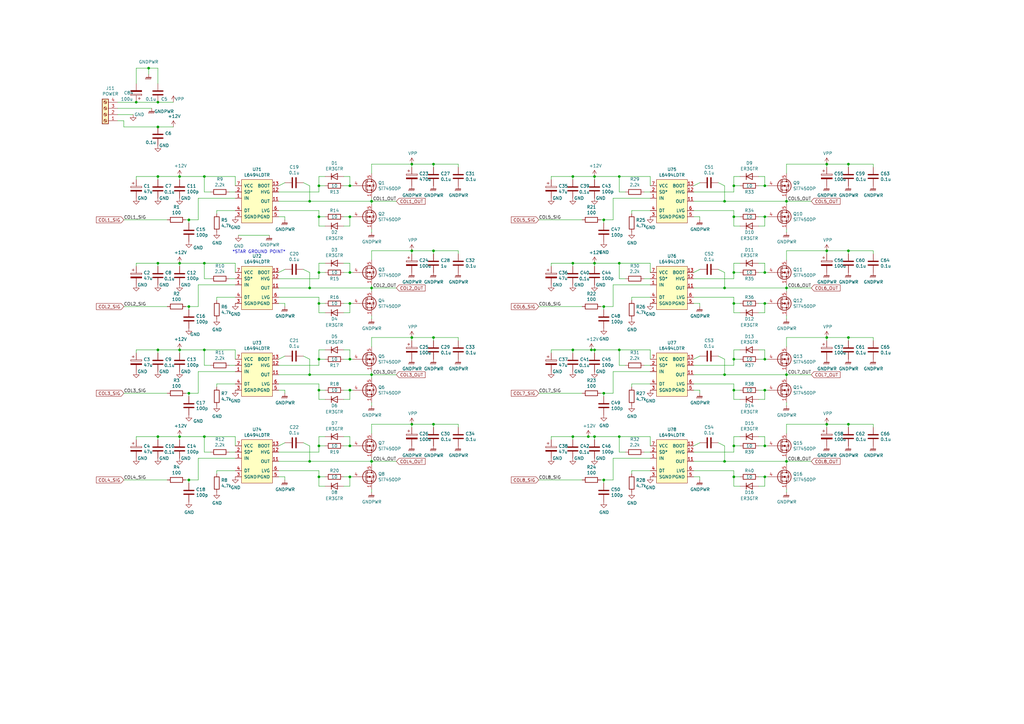
<source format=kicad_sch>
(kicad_sch (version 20211123) (generator eeschema)
  (paper "A3")
  (title_block (title "Array Column Drivers") (date "2021-11-10") (rev "1") (company "WELAC"))
  (junction (at 313.69 111.76))
  (junction (at 234.95 107.95))
  (junction (at 322.58 82.55))
  (junction (at 300.99 160.02))
  (junction (at 322.58 153.67))
  (junction (at 130.81 88.9))
  (junction (at 234.95 179.07))
  (junction (at 297.18 82.55))
  (junction (at 152.4 153.67))
  (junction (at 152.4 82.55))
  (junction (at 127 118.11))
  (junction (at 313.69 182.88))
  (junction (at 300.99 111.76))
  (junction (at 234.95 143.51))
  (junction (at 130.81 124.46))
  (junction (at 247.65 196.85))
  (junction (at 300.99 147.32))
  (junction (at 300.99 182.88))
  (junction (at 177.8 67.31))
  (junction (at 347.98 138.43))
  (junction (at 339.09 67.31))
  (junction (at 64.77 41.91))
  (junction (at 152.4 189.23))
  (junction (at 64.77 179.07))
  (junction (at 242.57 143.51))
  (junction (at 254 179.07))
  (junction (at 130.81 111.76))
  (junction (at 64.77 52.07))
  (junction (at 177.8 102.87))
  (junction (at 168.91 173.99))
  (junction (at 313.69 147.32))
  (junction (at 73.66 107.95))
  (junction (at 247.65 90.17))
  (junction (at 313.69 160.02))
  (junction (at 297.18 189.23))
  (junction (at 300.99 76.2))
  (junction (at 73.66 72.39))
  (junction (at 77.47 90.17))
  (junction (at 243.84 72.39))
  (junction (at 313.69 88.9))
  (junction (at 55.88 41.91))
  (junction (at 322.58 118.11))
  (junction (at 143.51 195.58))
  (junction (at 130.81 147.32))
  (junction (at 83.82 72.39))
  (junction (at 347.98 102.87))
  (junction (at 143.51 160.02))
  (junction (at 64.77 107.95))
  (junction (at 313.69 124.46))
  (junction (at 254 107.95))
  (junction (at 243.84 143.51))
  (junction (at 143.51 76.2))
  (junction (at 77.47 196.85))
  (junction (at 83.82 179.07))
  (junction (at 234.95 72.39))
  (junction (at 241.3 179.07))
  (junction (at 300.99 124.46))
  (junction (at 60.96 27.94))
  (junction (at 127 189.23))
  (junction (at 77.47 125.73))
  (junction (at 300.99 195.58))
  (junction (at 347.98 173.99))
  (junction (at 177.8 173.99))
  (junction (at 297.18 153.67))
  (junction (at 143.51 182.88))
  (junction (at 243.84 107.95))
  (junction (at 168.91 67.31))
  (junction (at 247.65 125.73))
  (junction (at 83.82 143.51))
  (junction (at 247.65 161.29))
  (junction (at 64.77 72.39))
  (junction (at 177.8 138.43))
  (junction (at 130.81 160.02))
  (junction (at 152.4 118.11))
  (junction (at 127 153.67))
  (junction (at 339.09 138.43))
  (junction (at 254 72.39))
  (junction (at 77.47 161.29))
  (junction (at 243.84 179.07))
  (junction (at 127 82.55))
  (junction (at 130.81 182.88))
  (junction (at 143.51 124.46))
  (junction (at 322.58 189.23))
  (junction (at 130.81 76.2))
  (junction (at 130.81 195.58))
  (junction (at 143.51 147.32))
  (junction (at 254 143.51))
  (junction (at 168.91 138.43))
  (junction (at 143.51 111.76))
  (junction (at 297.18 118.11))
  (junction (at 73.66 179.07))
  (junction (at 313.69 195.58))
  (junction (at 64.77 143.51))
  (junction (at 168.91 102.87))
  (junction (at 300.99 88.9))
  (junction (at 73.66 143.51))
  (junction (at 339.09 102.87))
  (junction (at 339.09 173.99))
  (junction (at 347.98 67.31))
  (junction (at 83.82 107.95))
  (junction (at 143.51 88.9))
  (junction (at 313.69 76.2))
  (wire (pts (xy 127 153.67) (xy 114.3 153.67)))
  (wire (pts (xy 88.9 193.04) (xy 88.9 194.31)))
  (wire (pts (xy 322.58 129.54) (xy 322.58 130.81)))
  (wire (pts (xy 297.18 82.55) (xy 322.58 82.55)))
  (wire (pts (xy 144.78 147.32) (xy 143.51 147.32)))
  (wire (pts (xy 96.52 81.28) (xy 81.28 81.28)))
  (wire (pts (xy 284.48 182.88) (xy 287.02 181.61)))
  (wire (pts (xy 127 182.88) (xy 127 189.23)))
  (wire (pts (xy 266.7 114.3) (xy 264.16 114.3)))
  (wire (pts (xy 246.38 161.29) (xy 247.65 161.29)))
  (wire (pts (xy 313.69 163.83) (xy 313.69 160.02)))
  (wire (pts (xy 55.88 143.51) (xy 55.88 144.78)))
  (wire (pts (xy 314.96 147.32) (xy 313.69 147.32)))
  (wire (pts (xy 88.9 86.36) (xy 88.9 87.63)))
  (wire (pts (xy 254 185.42) (xy 256.54 185.42)))
  (wire (pts (xy 313.69 88.9) (xy 314.96 88.9)))
  (wire (pts (xy 322.58 142.24) (xy 322.58 138.43)))
  (wire (pts (xy 130.81 157.48) (xy 130.81 160.02)))
  (wire (pts (xy 177.8 173.99) (xy 187.96 173.99)))
  (wire (pts (xy 81.28 90.17) (xy 77.47 90.17)))
  (wire (pts (xy 347.98 68.58) (xy 347.98 67.31)))
  (wire (pts (xy 284.48 111.76) (xy 287.02 110.49)))
  (wire (pts (xy 313.69 72.39) (xy 313.69 76.2)))
  (wire (pts (xy 238.76 161.29) (xy 220.98 161.29)))
  (wire (pts (xy 243.84 109.22) (xy 243.84 107.95)))
  (wire (pts (xy 284.48 147.32) (xy 287.02 146.05)))
  (wire (pts (xy 300.99 114.3) (xy 300.99 111.76)))
  (wire (pts (xy 314.96 111.76) (xy 313.69 111.76)))
  (wire (pts (xy 266.7 157.48) (xy 259.08 157.48)))
  (wire (pts (xy 152.4 153.67) (xy 162.56 153.67)))
  (wire (pts (xy 114.3 111.76) (xy 116.84 110.49)))
  (wire (pts (xy 124.46 110.49) (xy 127 111.76)))
  (wire (pts (xy 130.81 88.9) (xy 133.35 88.9)))
  (wire (pts (xy 152.4 82.55) (xy 152.4 81.28)))
  (wire (pts (xy 259.08 157.48) (xy 259.08 158.75)))
  (wire (pts (xy 114.3 149.86) (xy 130.81 149.86)))
  (wire (pts (xy 300.99 195.58) (xy 303.53 195.58)))
  (wire (pts (xy 294.64 181.61) (xy 297.18 182.88)))
  (wire (pts (xy 152.4 82.55) (xy 152.4 83.82)))
  (wire (pts (xy 322.58 173.99) (xy 339.09 173.99)))
  (wire (pts (xy 297.18 76.2) (xy 297.18 82.55)))
  (wire (pts (xy 313.69 76.2) (xy 311.15 76.2)))
  (wire (pts (xy 81.28 81.28) (xy 81.28 90.17)))
  (wire (pts (xy 152.4 106.68) (xy 152.4 102.87)))
  (wire (pts (xy 284.48 157.48) (xy 300.99 157.48)))
  (wire (pts (xy 284.48 76.2) (xy 287.02 74.93)))
  (wire (pts (xy 88.9 121.92) (xy 88.9 123.19)))
  (wire (pts (xy 143.51 143.51) (xy 143.51 147.32)))
  (wire (pts (xy 300.99 143.51) (xy 300.99 147.32)))
  (wire (pts (xy 314.96 76.2) (xy 313.69 76.2)))
  (wire (pts (xy 130.81 78.74) (xy 130.81 76.2)))
  (wire (pts (xy 300.99 86.36) (xy 300.99 88.9)))
  (wire (pts (xy 251.46 187.96) (xy 251.46 196.85)))
  (wire (pts (xy 297.18 153.67) (xy 284.48 153.67)))
  (wire (pts (xy 168.91 67.31) (xy 177.8 67.31)))
  (wire (pts (xy 339.09 102.87) (xy 347.98 102.87)))
  (wire (pts (xy 303.53 179.07) (xy 300.99 179.07)))
  (wire (pts (xy 246.38 196.85) (xy 247.65 196.85)))
  (wire (pts (xy 254 185.42) (xy 254 179.07)))
  (wire (pts (xy 284.48 114.3) (xy 300.99 114.3)))
  (wire (pts (xy 168.91 173.99) (xy 177.8 173.99)))
  (wire (pts (xy 68.58 161.29) (xy 50.8 161.29)))
  (wire (pts (xy 247.65 90.17) (xy 247.65 91.44)))
  (wire (pts (xy 130.81 160.02) (xy 130.81 163.83)))
  (wire (pts (xy 116.84 160.02) (xy 116.84 161.29)))
  (wire (pts (xy 143.51 160.02) (xy 144.78 160.02)))
  (wire (pts (xy 243.84 72.39) (xy 254 72.39)))
  (wire (pts (xy 300.99 72.39) (xy 300.99 76.2)))
  (wire (pts (xy 313.69 147.32) (xy 311.15 147.32)))
  (wire (pts (xy 347.98 173.99) (xy 358.14 173.99)))
  (wire (pts (xy 81.28 152.4) (xy 81.28 161.29)))
  (wire (pts (xy 76.2 196.85) (xy 77.47 196.85)))
  (wire (pts (xy 300.99 147.32) (xy 303.53 147.32)))
  (wire (pts (xy 96.52 182.88) (xy 96.52 179.07)))
  (wire (pts (xy 81.28 196.85) (xy 77.47 196.85)))
  (wire (pts (xy 234.95 107.95) (xy 234.95 109.22)))
  (wire (pts (xy 114.3 157.48) (xy 130.81 157.48)))
  (wire (pts (xy 254 179.07) (xy 266.7 179.07)))
  (wire (pts (xy 152.4 153.67) (xy 152.4 152.4)))
  (wire (pts (xy 133.35 107.95) (xy 130.81 107.95)))
  (wire (pts (xy 247.65 125.73) (xy 247.65 127)))
  (wire (pts (xy 266.7 78.74) (xy 264.16 78.74)))
  (wire (pts (xy 322.58 82.55) (xy 322.58 83.82)))
  (wire (pts (xy 144.78 76.2) (xy 143.51 76.2)))
  (wire (pts (xy 177.8 67.31) (xy 187.96 67.31)))
  (wire (pts (xy 83.82 78.74) (xy 86.36 78.74)))
  (wire (pts (xy 311.15 195.58) (xy 313.69 195.58)))
  (wire (pts (xy 300.99 124.46) (xy 300.99 128.27)))
  (wire (pts (xy 64.77 52.07) (xy 71.12 52.07)))
  (wire (pts (xy 311.15 92.71) (xy 313.69 92.71)))
  (wire (pts (xy 311.15 124.46) (xy 313.69 124.46)))
  (wire (pts (xy 140.97 199.39) (xy 143.51 199.39)))
  (wire (pts (xy 143.51 147.32) (xy 140.97 147.32)))
  (wire (pts (xy 322.58 93.98) (xy 322.58 95.25)))
  (wire (pts (xy 300.99 163.83) (xy 303.53 163.83)))
  (wire (pts (xy 251.46 152.4) (xy 251.46 161.29)))
  (wire (pts (xy 143.51 163.83) (xy 143.51 160.02)))
  (wire (pts (xy 114.3 193.04) (xy 130.81 193.04)))
  (wire (pts (xy 300.99 157.48) (xy 300.99 160.02)))
  (wire (pts (xy 300.99 185.42) (xy 300.99 182.88)))
  (wire (pts (xy 96.52 76.2) (xy 96.52 72.39)))
  (wire (pts (xy 55.88 34.29) (xy 55.88 27.94)))
  (wire (pts (xy 152.4 173.99) (xy 168.91 173.99)))
  (wire (pts (xy 152.4 129.54) (xy 152.4 130.81)))
  (wire (pts (xy 266.7 152.4) (xy 251.46 152.4)))
  (wire (pts (xy 114.3 147.32) (xy 116.84 146.05)))
  (wire (pts (xy 266.7 81.28) (xy 251.46 81.28)))
  (wire (pts (xy 55.88 41.91) (xy 64.77 41.91)))
  (wire (pts (xy 254 143.51) (xy 266.7 143.51)))
  (wire (pts (xy 143.51 179.07) (xy 143.51 182.88)))
  (wire (pts (xy 114.3 185.42) (xy 130.81 185.42)))
  (wire (pts (xy 300.99 160.02) (xy 303.53 160.02)))
  (wire (pts (xy 133.35 179.07) (xy 130.81 179.07)))
  (wire (pts (xy 130.81 121.92) (xy 130.81 124.46)))
  (wire (pts (xy 358.14 102.87) (xy 358.14 104.14)))
  (wire (pts (xy 322.58 82.55) (xy 332.74 82.55)))
  (wire (pts (xy 297.18 147.32) (xy 297.18 153.67)))
  (wire (pts (xy 247.65 161.29) (xy 247.65 162.56)))
  (wire (pts (xy 266.7 182.88) (xy 266.7 179.07)))
  (wire (pts (xy 130.81 107.95) (xy 130.81 111.76)))
  (wire (pts (xy 254 78.74) (xy 256.54 78.74)))
  (wire (pts (xy 127 189.23) (xy 114.3 189.23)))
  (wire (pts (xy 152.4 189.23) (xy 152.4 190.5)))
  (wire (pts (xy 143.51 111.76) (xy 140.97 111.76)))
  (wire (pts (xy 238.76 196.85) (xy 220.98 196.85)))
  (wire (pts (xy 73.66 144.78) (xy 73.66 143.51)))
  (wire (pts (xy 322.58 153.67) (xy 322.58 154.94)))
  (wire (pts (xy 266.7 187.96) (xy 251.46 187.96)))
  (wire (pts (xy 322.58 106.68) (xy 322.58 102.87)))
  (wire (pts (xy 114.3 86.36) (xy 130.81 86.36)))
  (wire (pts (xy 300.99 193.04) (xy 300.99 195.58)))
  (wire (pts (xy 73.66 109.22) (xy 73.66 107.95)))
  (wire (pts (xy 287.02 160.02) (xy 287.02 161.29)))
  (wire (pts (xy 96.52 185.42) (xy 93.98 185.42)))
  (wire (pts (xy 339.09 175.26) (xy 339.09 173.99)))
  (wire (pts (xy 284.48 78.74) (xy 300.99 78.74)))
  (wire (pts (xy 124.46 146.05) (xy 127 147.32)))
  (wire (pts (xy 130.81 185.42) (xy 130.81 182.88)))
  (wire (pts (xy 322.58 71.12) (xy 322.58 67.31)))
  (wire (pts (xy 83.82 107.95) (xy 96.52 107.95)))
  (wire (pts (xy 311.15 107.95) (xy 313.69 107.95)))
  (wire (pts (xy 73.66 107.95) (xy 83.82 107.95)))
  (wire (pts (xy 140.97 163.83) (xy 143.51 163.83)))
  (wire (pts (xy 152.4 200.66) (xy 152.4 201.93)))
  (wire (pts (xy 243.84 73.66) (xy 243.84 72.39)))
  (wire (pts (xy 297.18 111.76) (xy 297.18 118.11)))
  (wire (pts (xy 68.58 125.73) (xy 50.8 125.73)))
  (wire (pts (xy 226.06 72.39) (xy 226.06 73.66)))
  (wire (pts (xy 133.35 72.39) (xy 130.81 72.39)))
  (wire (pts (xy 339.09 67.31) (xy 347.98 67.31)))
  (wire (pts (xy 287.02 124.46) (xy 287.02 125.73)))
  (wire (pts (xy 64.77 143.51) (xy 64.77 144.78)))
  (wire (pts (xy 77.47 125.73) (xy 77.47 127)))
  (wire (pts (xy 152.4 165.1) (xy 152.4 166.37)))
  (wire (pts (xy 347.98 139.7) (xy 347.98 138.43)))
  (wire (pts (xy 140.97 195.58) (xy 143.51 195.58)))
  (wire (pts (xy 266.7 86.36) (xy 259.08 86.36)))
  (wire (pts (xy 300.99 76.2) (xy 303.53 76.2)))
  (wire (pts (xy 358.14 138.43) (xy 358.14 139.7)))
  (wire (pts (xy 83.82 179.07) (xy 96.52 179.07)))
  (wire (pts (xy 294.64 146.05) (xy 297.18 147.32)))
  (wire (pts (xy 127 76.2) (xy 127 82.55)))
  (wire (pts (xy 48.26 41.91) (xy 55.88 41.91)))
  (wire (pts (xy 300.99 199.39) (xy 303.53 199.39)))
  (wire (pts (xy 76.2 125.73) (xy 77.47 125.73)))
  (wire (pts (xy 127 118.11) (xy 114.3 118.11)))
  (wire (pts (xy 300.99 182.88) (xy 303.53 182.88)))
  (wire (pts (xy 64.77 107.95) (xy 55.88 107.95)))
  (wire (pts (xy 168.91 68.58) (xy 168.91 67.31)))
  (wire (pts (xy 266.7 116.84) (xy 251.46 116.84)))
  (wire (pts (xy 266.7 147.32) (xy 266.7 143.51)))
  (wire (pts (xy 322.58 153.67) (xy 322.58 152.4)))
  (wire (pts (xy 96.52 187.96) (xy 81.28 187.96)))
  (wire (pts (xy 48.26 44.45) (xy 62.23 44.45)))
  (wire (pts (xy 152.4 71.12) (xy 152.4 67.31)))
  (wire (pts (xy 130.81 163.83) (xy 133.35 163.83)))
  (wire (pts (xy 243.84 107.95) (xy 234.95 107.95)))
  (wire (pts (xy 241.3 179.07) (xy 234.95 179.07)))
  (wire (pts (xy 177.8 104.14) (xy 177.8 102.87)))
  (wire (pts (xy 226.06 179.07) (xy 226.06 180.34)))
  (wire (pts (xy 114.3 182.88) (xy 116.84 181.61)))
  (wire (pts (xy 152.4 118.11) (xy 162.56 118.11)))
  (wire (pts (xy 130.81 149.86) (xy 130.81 147.32)))
  (wire (pts (xy 284.48 195.58) (xy 287.02 195.58)))
  (wire (pts (xy 322.58 118.11) (xy 332.74 118.11)))
  (wire (pts (xy 83.82 143.51) (xy 96.52 143.51)))
  (wire (pts (xy 339.09 173.99) (xy 347.98 173.99)))
  (wire (pts (xy 322.58 189.23) (xy 332.74 189.23)))
  (wire (pts (xy 177.8 102.87) (xy 187.96 102.87)))
  (wire (pts (xy 76.2 161.29) (xy 77.47 161.29)))
  (wire (pts (xy 130.81 179.07) (xy 130.81 182.88)))
  (wire (pts (xy 83.82 185.42) (xy 86.36 185.42)))
  (wire (pts (xy 143.51 76.2) (xy 140.97 76.2)))
  (wire (pts (xy 322.58 189.23) (xy 322.58 187.96)))
  (wire (pts (xy 254 149.86) (xy 254 143.51)))
  (wire (pts (xy 114.3 76.2) (xy 116.84 74.93)))
  (wire (pts (xy 347.98 67.31) (xy 358.14 67.31)))
  (wire (pts (xy 300.99 160.02) (xy 300.99 163.83)))
  (wire (pts (xy 266.7 121.92) (xy 259.08 121.92)))
  (wire (pts (xy 177.8 68.58) (xy 177.8 67.31)))
  (wire (pts (xy 297.18 118.11) (xy 322.58 118.11)))
  (wire (pts (xy 64.77 179.07) (xy 64.77 180.34)))
  (wire (pts (xy 294.64 110.49) (xy 297.18 111.76)))
  (wire (pts (xy 254 78.74) (xy 254 72.39)))
  (wire (pts (xy 187.96 102.87) (xy 187.96 104.14)))
  (wire (pts (xy 168.91 104.14) (xy 168.91 102.87)))
  (wire (pts (xy 152.4 93.98) (xy 152.4 95.25)))
  (wire (pts (xy 300.99 124.46) (xy 303.53 124.46)))
  (wire (pts (xy 297.18 118.11) (xy 284.48 118.11)))
  (wire (pts (xy 144.78 182.88) (xy 143.51 182.88)))
  (wire (pts (xy 130.81 124.46) (xy 130.81 128.27)))
  (wire (pts (xy 143.51 72.39) (xy 143.51 76.2)))
  (wire (pts (xy 313.69 107.95) (xy 313.69 111.76)))
  (wire (pts (xy 143.51 199.39) (xy 143.51 195.58)))
  (wire (pts (xy 313.69 199.39) (xy 313.69 195.58)))
  (wire (pts (xy 73.66 180.34) (xy 73.66 179.07)))
  (wire (pts (xy 251.46 116.84) (xy 251.46 125.73)))
  (wire (pts (xy 114.3 78.74) (xy 130.81 78.74)))
  (wire (pts (xy 259.08 86.36) (xy 259.08 87.63)))
  (wire (pts (xy 303.53 107.95) (xy 300.99 107.95)))
  (wire (pts (xy 143.51 92.71) (xy 143.51 88.9)))
  (wire (pts (xy 168.91 138.43) (xy 177.8 138.43)))
  (wire (pts (xy 81.28 116.84) (xy 81.28 125.73)))
  (wire (pts (xy 322.58 82.55) (xy 322.58 81.28)))
  (wire (pts (xy 226.06 143.51) (xy 226.06 144.78)))
  (wire (pts (xy 64.77 179.07) (xy 55.88 179.07)))
  (wire (pts (xy 300.99 88.9) (xy 303.53 88.9)))
  (wire (pts (xy 143.51 128.27) (xy 143.51 124.46)))
  (wire (pts (xy 311.15 143.51) (xy 313.69 143.51)))
  (wire (pts (xy 297.18 189.23) (xy 284.48 189.23)))
  (wire (pts (xy 73.66 73.66) (xy 73.66 72.39)))
  (wire (pts (xy 251.46 125.73) (xy 247.65 125.73)))
  (wire (pts (xy 64.77 72.39) (xy 55.88 72.39)))
  (wire (pts (xy 127 82.55) (xy 114.3 82.55)))
  (wire (pts (xy 339.09 68.58) (xy 339.09 67.31)))
  (wire (pts (xy 251.46 90.17) (xy 247.65 90.17)))
  (wire (pts (xy 130.81 160.02) (xy 133.35 160.02)))
  (wire (pts (xy 300.99 88.9) (xy 300.99 92.71)))
  (wire (pts (xy 124.46 181.61) (xy 127 182.88)))
  (wire (pts (xy 177.8 138.43) (xy 187.96 138.43)))
  (wire (pts (xy 168.91 139.7) (xy 168.91 138.43)))
  (wire (pts (xy 60.96 27.94) (xy 64.77 27.94)))
  (wire (pts (xy 140.97 124.46) (xy 143.51 124.46)))
  (wire (pts (xy 187.96 67.31) (xy 187.96 68.58)))
  (wire (pts (xy 242.57 143.51) (xy 234.95 143.51)))
  (wire (pts (xy 64.77 72.39) (xy 64.77 73.66)))
  (wire (pts (xy 48.26 49.53) (xy 50.8 49.53)))
  (wire (pts (xy 322.58 177.8) (xy 322.58 173.99)))
  (wire (pts (xy 339.09 138.43) (xy 347.98 138.43)))
  (wire (pts (xy 259.08 193.04) (xy 259.08 194.31)))
  (wire (pts (xy 254 107.95) (xy 266.7 107.95)))
  (wire (pts (xy 300.99 195.58) (xy 300.99 199.39)))
  (wire (pts (xy 313.69 128.27) (xy 313.69 124.46)))
  (wire (pts (xy 297.18 82.55) (xy 284.48 82.55)))
  (wire (pts (xy 266.7 193.04) (xy 259.08 193.04)))
  (wire (pts (xy 234.95 143.51) (xy 234.95 144.78)))
  (wire (pts (xy 300.99 179.07) (xy 300.99 182.88)))
  (wire (pts (xy 130.81 111.76) (xy 133.35 111.76)))
  (wire (pts (xy 358.14 67.31) (xy 358.14 68.58)))
  (wire (pts (xy 152.4 138.43) (xy 168.91 138.43)))
  (wire (pts (xy 83.82 185.42) (xy 83.82 179.07)))
  (wire (pts (xy 60.96 27.94) (xy 60.96 30.48)))
  (wire (pts (xy 130.81 195.58) (xy 130.81 199.39)))
  (wire (pts (xy 130.81 182.88) (xy 133.35 182.88)))
  (wire (pts (xy 96.52 116.84) (xy 81.28 116.84)))
  (wire (pts (xy 130.81 86.36) (xy 130.81 88.9)))
  (wire (pts (xy 73.66 107.95) (xy 64.77 107.95)))
  (wire (pts (xy 68.58 90.17) (xy 50.8 90.17)))
  (wire (pts (xy 127 118.11) (xy 152.4 118.11)))
  (wire (pts (xy 311.15 160.02) (xy 313.69 160.02)))
  (wire (pts (xy 143.51 182.88) (xy 140.97 182.88)))
  (wire (pts (xy 140.97 128.27) (xy 143.51 128.27)))
  (wire (pts (xy 243.84 179.07) (xy 254 179.07)))
  (wire (pts (xy 140.97 179.07) (xy 143.51 179.07)))
  (wire (pts (xy 313.69 160.02) (xy 314.96 160.02)))
  (wire (pts (xy 55.88 107.95) (xy 55.88 109.22)))
  (wire (pts (xy 130.81 88.9) (xy 130.81 92.71)))
  (wire (pts (xy 152.4 142.24) (xy 152.4 138.43)))
  (wire (pts (xy 83.82 72.39) (xy 96.52 72.39)))
  (wire (pts (xy 96.52 147.32) (xy 96.52 143.51)))
  (wire (pts (xy 254 114.3) (xy 254 107.95)))
  (wire (pts (xy 127 153.67) (xy 152.4 153.67)))
  (wire (pts (xy 300.99 121.92) (xy 300.99 124.46)))
  (wire (pts (xy 347.98 175.26) (xy 347.98 173.99)))
  (wire (pts (xy 322.58 118.11) (xy 322.58 119.38)))
  (wire (pts (xy 73.66 72.39) (xy 83.82 72.39)))
  (wire (pts (xy 287.02 88.9) (xy 287.02 90.17)))
  (wire (pts (xy 234.95 72.39) (xy 234.95 73.66)))
  (wire (pts (xy 300.99 111.76) (xy 303.53 111.76)))
  (wire (pts (xy 284.48 185.42) (xy 300.99 185.42)))
  (wire (pts (xy 254 72.39) (xy 266.7 72.39)))
  (wire (pts (xy 311.15 199.39) (xy 313.69 199.39)))
  (wire (pts (xy 114.3 160.02) (xy 116.84 160.02)))
  (wire (pts (xy 297.18 153.67) (xy 322.58 153.67)))
  (wire (pts (xy 130.81 128.27) (xy 133.35 128.27)))
  (wire (pts (xy 127 82.55) (xy 152.4 82.55)))
  (wire (pts (xy 77.47 196.85) (xy 77.47 198.12)))
  (wire (pts (xy 284.48 193.04) (xy 300.99 193.04)))
  (wire (pts (xy 234.95 179.07) (xy 234.95 180.34)))
  (wire (pts (xy 294.64 74.93) (xy 297.18 76.2)))
  (wire (pts (xy 96.52 86.36) (xy 88.9 86.36)))
  (wire (pts (xy 284.48 124.46) (xy 287.02 124.46)))
  (wire (pts (xy 254 114.3) (xy 256.54 114.3)))
  (wire (pts (xy 55.88 72.39) (xy 55.88 73.66)))
  (wire (pts (xy 313.69 195.58) (xy 314.96 195.58)))
  (wire (pts (xy 133.35 143.51) (xy 130.81 143.51)))
  (wire (pts (xy 96.52 152.4) (xy 81.28 152.4)))
  (wire (pts (xy 234.95 179.07) (xy 226.06 179.07)))
  (wire (pts (xy 83.82 114.3) (xy 83.82 107.95)))
  (wire (pts (xy 152.4 118.11) (xy 152.4 119.38)))
  (wire (pts (xy 76.2 90.17) (xy 77.47 90.17)))
  (wire (pts (xy 124.46 74.93) (xy 127 76.2)))
  (wire (pts (xy 243.84 143.51) (xy 242.57 143.51)))
  (wire (pts (xy 97.79 96.52) (xy 110.49 96.52)))
  (wire (pts (xy 64.77 41.91) (xy 71.12 41.91)))
  (wire (pts (xy 284.48 160.02) (xy 287.02 160.02)))
  (wire (pts (xy 234.95 72.39) (xy 226.06 72.39)))
  (wire (pts (xy 347.98 104.14) (xy 347.98 102.87)))
  (wire (pts (xy 73.66 179.07) (xy 83.82 179.07)))
  (wire (pts (xy 347.98 138.43) (xy 358.14 138.43)))
  (wire (pts (xy 311.15 88.9) (xy 313.69 88.9)))
  (wire (pts (xy 140.97 107.95) (xy 143.51 107.95)))
  (wire (pts (xy 81.28 161.29) (xy 77.47 161.29)))
  (wire (pts (xy 187.96 138.43) (xy 187.96 139.7)))
  (wire (pts (xy 322.58 165.1) (xy 322.58 166.37)))
  (wire (pts (xy 313.69 111.76) (xy 311.15 111.76)))
  (wire (pts (xy 114.3 114.3) (xy 130.81 114.3)))
  (wire (pts (xy 143.51 195.58) (xy 144.78 195.58)))
  (wire (pts (xy 77.47 90.17) (xy 77.47 91.44)))
  (wire (pts (xy 143.51 107.95) (xy 143.51 111.76)))
  (wire (pts (xy 313.69 179.07) (xy 313.69 182.88)))
  (wire (pts (xy 322.58 153.67) (xy 332.74 153.67)))
  (wire (pts (xy 114.3 121.92) (xy 130.81 121.92)))
  (wire (pts (xy 303.53 143.51) (xy 300.99 143.51)))
  (wire (pts (xy 243.84 107.95) (xy 254 107.95)))
  (wire (pts (xy 284.48 149.86) (xy 300.99 149.86)))
  (wire (pts (xy 73.66 143.51) (xy 83.82 143.51)))
  (wire (pts (xy 314.96 182.88) (xy 313.69 182.88)))
  (wire (pts (xy 234.95 143.51) (xy 226.06 143.51)))
  (wire (pts (xy 73.66 72.39) (xy 64.77 72.39)))
  (wire (pts (xy 246.38 90.17) (xy 247.65 90.17)))
  (wire (pts (xy 114.3 88.9) (xy 116.84 88.9)))
  (wire (pts (xy 254 149.86) (xy 256.54 149.86)))
  (wire (pts (xy 50.8 49.53) (xy 50.8 52.07)))
  (wire (pts (xy 96.52 121.92) (xy 88.9 121.92)))
  (wire (pts (xy 251.46 161.29) (xy 247.65 161.29)))
  (wire (pts (xy 152.4 153.67) (xy 152.4 154.94)))
  (wire (pts (xy 83.82 78.74) (xy 83.82 72.39)))
  (wire (pts (xy 168.91 175.26) (xy 168.91 173.99)))
  (wire (pts (xy 55.88 27.94) (xy 60.96 27.94)))
  (wire (pts (xy 313.69 182.88) (xy 311.15 182.88)))
  (wire (pts (xy 77.47 161.29) (xy 77.47 162.56)))
  (wire (pts (xy 300.99 128.27) (xy 303.53 128.27)))
  (wire (pts (xy 114.3 195.58) (xy 116.84 195.58)))
  (wire (pts (xy 152.4 102.87) (xy 168.91 102.87)))
  (wire (pts (xy 143.51 124.46) (xy 144.78 124.46)))
  (wire (pts (xy 266.7 111.76) (xy 266.7 107.95)))
  (wire (pts (xy 300.99 92.71) (xy 303.53 92.71)))
  (wire (pts (xy 297.18 182.88) (xy 297.18 189.23)))
  (wire (pts (xy 266.7 185.42) (xy 264.16 185.42)))
  (wire (pts (xy 55.88 179.07) (xy 55.88 180.34)))
  (wire (pts (xy 116.84 195.58) (xy 116.84 196.85)))
  (wire (pts (xy 68.58 196.85) (xy 50.8 196.85)))
  (wire (pts (xy 251.46 81.28) (xy 251.46 90.17)))
  (wire (pts (xy 64.77 143.51) (xy 55.88 143.51)))
  (wire (pts (xy 140.97 160.02) (xy 143.51 160.02)))
  (wire (pts (xy 130.81 195.58) (xy 133.35 195.58)))
  (wire (pts (xy 322.58 138.43) (xy 339.09 138.43)))
  (wire (pts (xy 83.82 149.86) (xy 86.36 149.86)))
  (wire (pts (xy 64.77 107.95) (xy 64.77 109.22)))
  (wire (pts (xy 130.81 114.3) (xy 130.81 111.76)))
  (wire (pts (xy 81.28 125.73) (xy 77.47 125.73)))
  (wire (pts (xy 284.48 88.9) (xy 287.02 88.9)))
  (wire (pts (xy 130.81 76.2) (xy 133.35 76.2)))
  (wire (pts (xy 300.99 78.74) (xy 300.99 76.2)))
  (wire (pts (xy 251.46 196.85) (xy 247.65 196.85)))
  (wire (pts (xy 152.4 177.8) (xy 152.4 173.99)))
  (wire (pts (xy 127 147.32) (xy 127 153.67)))
  (wire (pts (xy 152.4 67.31) (xy 168.91 67.31)))
  (wire (pts (xy 259.08 121.92) (xy 259.08 123.19)))
  (wire (pts (xy 177.8 139.7) (xy 177.8 138.43)))
  (wire (pts (xy 358.14 173.99) (xy 358.14 175.26)))
  (wire (pts (xy 297.18 189.23) (xy 322.58 189.23)))
  (wire (pts (xy 83.82 149.86) (xy 83.82 143.51)))
  (wire (pts (xy 168.91 102.87) (xy 177.8 102.87)))
  (wire (pts (xy 81.28 187.96) (xy 81.28 196.85)))
  (wire (pts (xy 313.69 124.46) (xy 314.96 124.46)))
  (wire (pts (xy 130.81 143.51) (xy 130.81 147.32)))
  (wire (pts (xy 96.52 149.86) (xy 93.98 149.86)))
  (wire (pts (xy 311.15 163.83) (xy 313.69 163.83)))
  (wire (pts (xy 313.69 92.71) (xy 313.69 88.9)))
  (wire (pts (xy 88.9 157.48) (xy 88.9 158.75)))
  (wire (pts (xy 311.15 72.39) (xy 313.69 72.39)))
  (wire (pts (xy 83.82 114.3) (xy 86.36 114.3)))
  (wire (pts (xy 152.4 189.23) (xy 162.56 189.23)))
  (wire (pts (xy 96.52 111.76) (xy 96.52 107.95)))
  (wire (pts (xy 311.15 179.07) (xy 313.69 179.07)))
  (wire (pts (xy 130.81 72.39) (xy 130.81 76.2)))
  (wire (pts (xy 96.52 193.04) (xy 88.9 193.04)))
  (wire (pts (xy 322.58 67.31) (xy 339.09 67.31)))
  (wire (pts (xy 300.99 149.86) (xy 300.99 147.32)))
  (wire (pts (xy 130.81 92.71) (xy 133.35 92.71)))
  (wire (pts (xy 247.65 196.85) (xy 247.65 198.12)))
  (wire (pts (xy 266.7 149.86) (xy 264.16 149.86)))
  (wire (pts (xy 130.81 124.46) (xy 133.35 124.46)))
  (wire (pts (xy 144.78 111.76) (xy 143.51 111.76)))
  (wire (pts (xy 243.84 179.07) (xy 241.3 179.07)))
  (wire (pts (xy 177.8 175.26) (xy 177.8 173.99)))
  (wire (pts (xy 116.84 88.9) (xy 116.84 90.17)))
  (wire (pts (xy 187.96 173.99) (xy 187.96 175.26)))
  (wire (pts (xy 152.4 118.11) (xy 152.4 116.84)))
  (wire (pts (xy 234.95 107.95) (xy 226.06 107.95)))
  (wire (pts (xy 130.81 199.39) (xy 133.35 199.39)))
  (wire (pts (xy 116.84 124.46) (xy 116.84 125.73)))
  (wire (pts (xy 127 189.23) (xy 152.4 189.23)))
  (wire (pts (xy 266.7 76.2) (xy 266.7 72.39)))
  (wire (pts (xy 127 111.76) (xy 127 118.11)))
  (wire (pts (xy 143.51 88.9) (xy 144.78 88.9)))
  (wire (pts (xy 130.81 193.04) (xy 130.81 195.58)))
  (wire (pts (xy 284.48 86.36) (xy 300.99 86.36)))
  (wire (pts (xy 300.99 107.95) (xy 300.99 111.76)))
  (wire (pts (xy 322.58 200.66) (xy 322.58 201.93)))
  (wire (pts (xy 313.69 143.51) (xy 313.69 147.32)))
  (wire (pts (xy 339.09 139.7) (xy 339.09 138.43)))
  (wire (pts (xy 64.77 27.94) (xy 64.77 34.29)))
  (wire (pts (xy 322.58 102.87) (xy 339.09 102.87)))
  (wire (pts (xy 152.4 189.23) (xy 152.4 187.96)))
  (wire (pts (xy 73.66 143.51) (xy 64.77 143.51)))
  (wire (pts (xy 243.84 143.51) (xy 254 143.51)))
  (wire (pts (xy 303.53 72.39) (xy 300.99 72.39)))
  (wire (pts (xy 347.98 102.87) (xy 358.14 102.87)))
  (wire (pts (xy 140.97 92.71) (xy 143.51 92.71)))
  (wire (pts (xy 243.84 144.78) (xy 243.84 143.51)))
  (wire (pts (xy 243.84 72.39) (xy 234.95 72.39)))
  (wire (pts (xy 140.97 72.39) (xy 143.51 72.39)))
  (wire (pts (xy 96.52 78.74) (xy 93.98 78.74)))
  (wire (pts (xy 152.4 82.55) (xy 162.56 82.55)))
  (wire (pts (xy 339.09 104.14) (xy 339.09 102.87)))
  (wire (pts (xy 140.97 143.51) (xy 143.51 143.51)))
  (wire (pts (xy 114.3 124.46) (xy 116.84 124.46)))
  (wire (pts (xy 246.38 125.73) (xy 247.65 125.73)))
  (wire (pts (xy 73.66 179.07) (xy 64.77 179.07)))
  (wire (pts (xy 284.48 121.92) (xy 300.99 121.92)))
  (wire (pts (xy 322.58 189.23) (xy 322.58 190.5)))
  (wire (pts (xy 311.15 128.27) (xy 313.69 128.27)))
  (wire (pts (xy 130.81 147.32) (xy 133.35 147.32)))
  (wire (pts (xy 226.06 107.95) (xy 226.06 109.22)))
  (wire (pts (xy 243.84 180.34) (xy 243.84 179.07)))
  (wire (pts (xy 140.97 88.9) (xy 143.51 88.9)))
  (wire (pts (xy 322.58 118.11) (xy 322.58 116.84)))
  (wire (pts (xy 96.52 157.48) (xy 88.9 157.48)))
  (wire (pts (xy 96.52 114.3) (xy 93.98 114.3)))
  (wire (pts (xy 238.76 90.17) (xy 220.98 90.17)))
  (wire (pts (xy 287.02 195.58) (xy 287.02 196.85)))
  (wire (pts (xy 238.76 125.73) (xy 220.98 125.73)))
  (wire (pts (xy 50.8 52.07) (xy 64.77 52.07)))
  (wire (pts (xy 54.61 46.99) (xy 48.26 46.99)))
  (text "*STAR GROUND POINT*" (at 95.25 104.14 0) (effects (font (size 1.27 1.27)) (justify left bottom)))
  (label "COL4_SIG" (at 50.8 196.85 0))
  (label "COL2_SIG" (at 50.8 125.73 0))
  (label "COL3_OUT" (at 162.56 153.67 180))
  (label "COL7_SIG" (at 220.98 161.29 0))
  (label "COL8_SIG" (at 220.98 196.85 0))
  (label "COL8_OUT" (at 332.74 189.23 180))
  (label "COL7_OUT" (at 332.74 153.67 180))
  (label "COL1_SIG" (at 50.8 90.17 0))
  (label "COL3_SIG" (at 50.8 161.29 0))
  (label "COL4_OUT" (at 162.56 189.23 180))
  (label "COL6_SIG" (at 220.98 125.73 0))
  (label "COL5_SIG" (at 220.98 90.17 0))
  (label "COL2_OUT" (at 162.56 118.11 180))
  (label "COL6_OUT" (at 332.74 118.11 180))
  (label "COL5_OUT" (at 332.74 82.55 180))
  (label "COL1_OUT" (at 162.56 82.55 180))
  (global_label "COL8_SIG" (shape input) (at 220.98 196.85 180) (property "Intersheet References" "${INTERSHEET_REFS}" (effects hide)))
  (global_label "COL4_SIG" (shape input) (at 50.8 196.85 180) (property "Intersheet References" "${INTERSHEET_REFS}" (effects hide)))
  (global_label "COL2_SIG" (shape input) (at 50.8 125.73 180) (property "Intersheet References" "${INTERSHEET_REFS}" (effects hide)))
  (global_label "COL1_SIG" (shape input) (at 50.8 90.17 180) (property "Intersheet References" "${INTERSHEET_REFS}" (effects hide)))
  (global_label "COL2_OUT" (shape input) (at 162.56 118.11 0) (property "Intersheet References" "${INTERSHEET_REFS}" (effects hide)))
  (global_label "COL8_OUT" (shape input) (at 332.74 189.23 0) (property "Intersheet References" "${INTERSHEET_REFS}" (effects hide)))
  (global_label "COL7_OUT" (shape input) (at 332.74 153.67 0) (property "Intersheet References" "${INTERSHEET_REFS}" (effects hide)))
  (global_label "COL1_OUT" (shape input) (at 162.56 82.55 0) (property "Intersheet References" "${INTERSHEET_REFS}" (effects hide)))
  (global_label "COL3_SIG" (shape input) (at 50.8 161.29 180) (property "Intersheet References" "${INTERSHEET_REFS}" (effects hide)))
  (global_label "COL3_OUT" (shape input) (at 162.56 153.67 0) (property "Intersheet References" "${INTERSHEET_REFS}" (effects hide)))
  (global_label "COL6_OUT" (shape input) (at 332.74 118.11 0) (property "Intersheet References" "${INTERSHEET_REFS}" (effects hide)))
  (global_label "COL5_OUT" (shape input) (at 332.74 82.55 0) (property "Intersheet References" "${INTERSHEET_REFS}" (effects hide)))
  (global_label "COL6_SIG" (shape input) (at 220.98 125.73 180) (property "Intersheet References" "${INTERSHEET_REFS}" (effects hide)))
  (global_label "COL4_OUT" (shape input) (at 162.56 189.23 0) (property "Intersheet References" "${INTERSHEET_REFS}" (effects hide)))
  (global_label "COL5_SIG" (shape input) (at 220.98 90.17 180) (property "Intersheet References" "${INTERSHEET_REFS}" (effects hide)))
  (global_label "COL7_SIG" (shape input) (at 220.98 161.29 180) (property "Intersheet References" "${INTERSHEET_REFS}" (effects hide)))
  (symbol (lib_id "Device:C") (at 120.65 74.93 270) (unit 1)
    (property "Reference" "C19" (at 120.65 68.5292 90))
    (property "Value" "0.1u" (at 120.65 70.8406 90))
    (property "Footprint" "Capacitor_SMD:C_0603_1608Metric" (effects hide))
  )
  (symbol (lib_id "power:GNDPWR") (at 116.84 90.17 0) (unit 1)
    (property "Reference" "#PWR0111" (effects hide))
    (property "Value" "GNDPWR" (at 116.9416 94.0816 0))
  )
  (symbol (lib_id "Transistor_FET:Si7450DP") (at 149.86 76.2 0) (unit 1)
    (property "Reference" "Q1" (at 155.0924 75.0316 0) (effects (justify left)))
    (property "Value" "Si7450DP" (at 155.0924 77.343 0) (effects (justify left)))
    (property "Footprint" "Package_SO:PowerPAK_SO-8_Single" (effects hide))
    (property "Datasheet" "https://www.vishay.com/docs/71432/si7450dp.pdf" (effects hide))
  )
  (symbol (lib_id "Transistor_FET:Si7450DP") (at 149.86 88.9 0) (unit 1)
    (property "Reference" "Q2" (at 155.0924 87.7316 0) (effects (justify left)))
    (property "Value" "Si7450DP" (at 155.0924 90.043 0) (effects (justify left)))
    (property "Footprint" "Package_SO:PowerPAK_SO-8_Single" (effects hide))
    (property "Datasheet" "https://www.vishay.com/docs/71432/si7450dp.pdf" (effects hide))
  )
  (symbol (lib_id "Device:R") (at 137.16 76.2 270) (unit 1)
    (property "Reference" "R13" (at 137.16 78.74 90))
    (property "Value" "10" (at 137.16 76.2 90))
    (property "Footprint" "Resistor_SMD:R_0603_1608Metric" (effects hide))
  )
  (symbol (lib_id "Device:R") (at 137.16 88.9 270) (unit 1)
    (property "Reference" "R14" (at 137.16 86.36 90))
    (property "Value" "10" (at 137.16 88.9 90))
    (property "Footprint" "Resistor_SMD:R_0603_1608Metric" (effects hide))
  )
  (symbol (lib_id "Device:D") (at 137.16 72.39 0) (unit 1)
    (property "Reference" "D1" (at 137.16 66.9036 0))
    (property "Value" "ER3GTR" (at 137.16 69.215 0))
    (property "Footprint" "Diode_SMD:D_SMC" (effects hide))
  )
  (symbol (lib_id "Device:D") (at 137.16 92.71 0) (unit 1)
    (property "Reference" "D2" (at 137.16 95.25 0))
    (property "Value" "ER3GTR" (at 137.16 97.79 0))
    (property "Footprint" "Diode_SMD:D_SMC" (effects hide))
  )
  (symbol (lib_id "power:GNDPWR") (at 152.4 95.25 0) (unit 1)
    (property "Reference" "#PWR0112" (effects hide))
    (property "Value" "GNDPWR" (at 152.5016 99.1616 0))
  )
  (symbol (lib_id "Device:CP") (at 168.91 72.39 0) (unit 1)
    (property "Reference" "C23" (at 171.9072 71.2216 0) (effects (justify left)))
    (property "Value" "470u" (at 171.9072 73.533 0) (effects (justify left)))
    (property "Footprint" "SeniorDesign:C_1206_3216Metric" (effects hide))
  )
  (symbol (lib_id "Device:C") (at 177.8 72.39 180) (unit 1)
    (property "Reference" "C27" (at 180.721 71.2216 0) (effects (justify right)))
    (property "Value" "0.1u" (at 180.721 73.533 0) (effects (justify right)))
    (property "Footprint" "SeniorDesign:C_1206_3216Metric" (effects hide))
  )
  (symbol (lib_id "Device:C") (at 187.96 72.39 180) (unit 1)
    (property "Reference" "C31" (at 190.881 71.2216 0) (effects (justify right)))
    (property "Value" "0.1u" (at 190.881 73.533 0) (effects (justify right)))
    (property "Footprint" "SeniorDesign:C_1206_3216Metric" (effects hide))
  )
  (symbol (lib_id "power:GNDPWR") (at 168.91 76.2 0) (unit 1)
    (property "Reference" "#PWR0113" (effects hide))
    (property "Value" "GNDPWR" (at 169.0116 80.1116 0))
  )
  (symbol (lib_id "power:GNDPWR") (at 177.8 76.2 0) (unit 1)
    (property "Reference" "#PWR0114" (effects hide))
    (property "Value" "GNDPWR" (at 177.9016 80.1116 0))
  )
  (symbol (lib_id "power:GNDPWR") (at 187.96 76.2 0) (unit 1)
    (property "Reference" "#PWR0115" (effects hide))
    (property "Value" "GNDPWR" (at 188.0616 80.1116 0))
  )
  (symbol (lib_id "Device:CP") (at 55.88 77.47 0) (unit 1)
    (property "Reference" "C1" (at 58.8772 76.3016 0) (effects (justify left)))
    (property "Value" "47u" (at 58.8772 78.613 0) (effects (justify left)))
    (property "Footprint" "Capacitor_SMD:C_0603_1608Metric" (effects hide))
  )
  (symbol (lib_id "Device:C") (at 64.77 77.47 180) (unit 1)
    (property "Reference" "C7" (at 67.691 76.3016 0) (effects (justify right)))
    (property "Value" "0.1u" (at 67.31 78.74 0) (effects (justify right)))
    (property "Footprint" "Capacitor_SMD:C_0603_1608Metric" (effects hide))
  )
  (symbol (lib_id "power:GND") (at 55.88 81.28 0) (unit 1)
    (property "Reference" "#PWR0116" (effects hide))
    (property "Value" "GND" (at 58.42 81.28 0))
  )
  (symbol (lib_id "power:GND") (at 64.77 81.28 0) (unit 1)
    (property "Reference" "#PWR0117" (effects hide))
    (property "Value" "GND" (at 67.31 81.28 0))
  )
  (symbol (lib_id "Device:R") (at 90.17 78.74 270) (unit 1)
    (property "Reference" "R9" (at 90.17 73.4822 90))
    (property "Value" "2.2k" (at 90.17 75.7936 90))
    (property "Footprint" "Resistor_SMD:R_0603_1608Metric" (effects hide))
  )
  (symbol (lib_id "Device:R") (at 88.9 91.44 0) (unit 1)
    (property "Reference" "R5" (at 90.678 90.2716 0) (effects (justify left)))
    (property "Value" "4.7k" (at 90.678 92.583 0) (effects (justify left)))
    (property "Footprint" "Resistor_SMD:R_0603_1608Metric" (effects hide))
  )
  (symbol (lib_id "power:GND") (at 88.9 95.25 0) (unit 1)
    (property "Reference" "#PWR0118" (effects hide))
    (property "Value" "GND" (at 89.027 99.6442 0))
  )
  (symbol (lib_id "power:GND") (at 96.52 88.9 0) (unit 1)
    (property "Reference" "#PWR0119" (effects hide))
    (property "Value" "GND" (at 96.647 93.2942 0))
  )
  (symbol (lib_id "Device:C") (at 73.66 77.47 180) (unit 1)
    (property "Reference" "C11" (at 76.581 76.3016 0) (effects (justify right)))
    (property "Value" "100p" (at 76.581 78.613 0) (effects (justify right)))
    (property "Footprint" "Capacitor_SMD:C_0603_1608Metric" (effects hide))
  )
  (symbol (lib_id "power:GND") (at 73.66 81.28 0) (unit 1)
    (property "Reference" "#PWR0120" (effects hide))
    (property "Value" "GND" (at 76.2 81.28 0))
  )
  (symbol (lib_id "Device:C") (at 77.47 95.25 180) (unit 1)
    (property "Reference" "C15" (at 80.391 94.0816 0) (effects (justify right)))
    (property "Value" "100p" (at 80.391 96.393 0) (effects (justify right)))
    (property "Footprint" "Capacitor_SMD:C_0603_1608Metric" (effects hide))
  )
  (symbol (lib_id "Device:R") (at 72.39 90.17 270) (unit 1)
    (property "Reference" "R1" (at 72.39 84.9122 90))
    (property "Value" "100" (at 72.39 87.2236 90))
    (property "Footprint" "Resistor_SMD:R_0603_1608Metric" (effects hide))
  )
  (symbol (lib_id "power:GND") (at 77.47 99.06 0) (unit 1)
    (property "Reference" "#PWR0121" (effects hide))
    (property "Value" "GND" (at 81.28 101.6 0))
  )
  (symbol (lib_id "Device:C") (at 120.65 110.49 270) (unit 1)
    (property "Reference" "C20" (at 120.65 104.0892 90))
    (property "Value" "0.1u" (at 120.65 106.4006 90))
    (property "Footprint" "Capacitor_SMD:C_0603_1608Metric" (effects hide))
  )
  (symbol (lib_id "power:GNDPWR") (at 116.84 125.73 0) (unit 1)
    (property "Reference" "#PWR0122" (effects hide))
    (property "Value" "GNDPWR" (at 116.9416 129.6416 0))
  )
  (symbol (lib_id "Transistor_FET:Si7450DP") (at 149.86 111.76 0) (unit 1)
    (property "Reference" "Q3" (at 155.0924 110.5916 0) (effects (justify left)))
    (property "Value" "Si7450DP" (at 155.0924 112.903 0) (effects (justify left)))
    (property "Footprint" "Package_SO:PowerPAK_SO-8_Single" (effects hide))
    (property "Datasheet" "https://www.vishay.com/docs/71432/si7450dp.pdf" (effects hide))
  )
  (symbol (lib_id "Transistor_FET:Si7450DP") (at 149.86 124.46 0) (unit 1)
    (property "Reference" "Q4" (at 155.0924 123.2916 0) (effects (justify left)))
    (property "Value" "Si7450DP" (at 155.0924 125.603 0) (effects (justify left)))
    (property "Footprint" "Package_SO:PowerPAK_SO-8_Single" (effects hide))
    (property "Datasheet" "https://www.vishay.com/docs/71432/si7450dp.pdf" (effects hide))
  )
  (symbol (lib_id "Device:R") (at 137.16 111.76 270) (unit 1)
    (property "Reference" "R15" (at 137.16 114.3 90))
    (property "Value" "10" (at 137.16 111.76 90))
    (property "Footprint" "Resistor_SMD:R_0603_1608Metric" (effects hide))
  )
  (symbol (lib_id "Device:R") (at 137.16 124.46 270) (unit 1)
    (property "Reference" "R16" (at 137.16 121.92 90))
    (property "Value" "10" (at 137.16 124.46 90))
    (property "Footprint" "Resistor_SMD:R_0603_1608Metric" (effects hide))
  )
  (symbol (lib_id "Device:D") (at 137.16 107.95 0) (unit 1)
    (property "Reference" "D3" (at 137.16 102.4636 0))
    (property "Value" "ER3GTR" (at 137.16 104.775 0))
    (property "Footprint" "Diode_SMD:D_SMC" (effects hide))
  )
  (symbol (lib_id "Device:D") (at 137.16 128.27 0) (unit 1)
    (property "Reference" "D4" (at 137.16 130.81 0))
    (property "Value" "ER3GTR" (at 137.16 133.35 0))
    (property "Footprint" "Diode_SMD:D_SMC" (effects hide))
  )
  (symbol (lib_id "power:GNDPWR") (at 152.4 130.81 0) (unit 1)
    (property "Reference" "#PWR0123" (effects hide))
    (property "Value" "GNDPWR" (at 152.5016 134.7216 0))
  )
  (symbol (lib_id "Device:CP") (at 168.91 107.95 0) (unit 1)
    (property "Reference" "C24" (at 171.9072 106.7816 0) (effects (justify left)))
    (property "Value" "100u" (at 171.9072 109.093 0) (effects (justify left)))
    (property "Footprint" "SeniorDesign:C_1206_3216Metric" (effects hide))
  )
  (symbol (lib_id "Device:C") (at 177.8 107.95 180) (unit 1)
    (property "Reference" "C28" (at 180.721 106.7816 0) (effects (justify right)))
    (property "Value" "1u" (at 180.721 109.093 0) (effects (justify right)))
    (property "Footprint" "SeniorDesign:C_1206_3216Metric" (effects hide))
  )
  (symbol (lib_id "Device:C") (at 187.96 107.95 180) (unit 1)
    (property "Reference" "C32" (at 190.881 106.7816 0) (effects (justify right)))
    (property "Value" "0.1u" (at 190.881 109.093 0) (effects (justify right)))
    (property "Footprint" "SeniorDesign:C_1206_3216Metric" (effects hide))
  )
  (symbol (lib_id "power:GNDPWR") (at 168.91 111.76 0) (unit 1)
    (property "Reference" "#PWR0124" (effects hide))
    (property "Value" "GNDPWR" (at 169.0116 115.6716 0))
  )
  (symbol (lib_id "power:GNDPWR") (at 177.8 111.76 0) (unit 1)
    (property "Reference" "#PWR0125" (effects hide))
    (property "Value" "GNDPWR" (at 177.9016 115.6716 0))
  )
  (symbol (lib_id "power:GNDPWR") (at 187.96 111.76 0) (unit 1)
    (property "Reference" "#PWR0126" (effects hide))
    (property "Value" "GNDPWR" (at 188.0616 115.6716 0))
  )
  (symbol (lib_id "Device:CP") (at 55.88 113.03 0) (unit 1)
    (property "Reference" "C2" (at 58.8772 111.8616 0) (effects (justify left)))
    (property "Value" "47u" (at 58.8772 114.173 0) (effects (justify left)))
    (property "Footprint" "Capacitor_SMD:C_0603_1608Metric" (effects hide))
  )
  (symbol (lib_id "Device:C") (at 64.77 113.03 180) (unit 1)
    (property "Reference" "C8" (at 67.691 111.8616 0) (effects (justify right)))
    (property "Value" "0.1u" (at 67.31 114.3 0) (effects (justify right)))
    (property "Footprint" "Capacitor_SMD:C_0603_1608Metric" (effects hide))
  )
  (symbol (lib_id "power:GND") (at 55.88 116.84 0) (unit 1)
    (property "Reference" "#PWR0127" (effects hide))
    (property "Value" "GND" (at 58.42 116.84 0))
  )
  (symbol (lib_id "power:GND") (at 64.77 116.84 0) (unit 1)
    (property "Reference" "#PWR0128" (effects hide))
    (property "Value" "GND" (at 67.31 116.84 0))
  )
  (symbol (lib_id "Device:R") (at 90.17 114.3 270) (unit 1)
    (property "Reference" "R10" (at 90.17 109.0422 90))
    (property "Value" "2.2k" (at 90.17 111.3536 90))
    (property "Footprint" "Resistor_SMD:R_0603_1608Metric" (effects hide))
  )
  (symbol (lib_id "Device:R") (at 88.9 127 0) (unit 1)
    (property "Reference" "R6" (at 90.678 125.8316 0) (effects (justify left)))
    (property "Value" "4.7k" (at 90.678 128.143 0) (effects (justify left)))
    (property "Footprint" "Resistor_SMD:R_0603_1608Metric" (effects hide))
  )
  (symbol (lib_id "power:GND") (at 88.9 130.81 0) (unit 1)
    (property "Reference" "#PWR0129" (effects hide))
    (property "Value" "GND" (at 89.027 135.2042 0))
  )
  (symbol (lib_id "power:GND") (at 96.52 124.46 0) (unit 1)
    (property "Reference" "#PWR0130" (effects hide))
    (property "Value" "GND" (at 96.647 128.8542 0))
  )
  (symbol (lib_id "Device:C") (at 73.66 113.03 180) (unit 1)
    (property "Reference" "C12" (at 76.581 111.8616 0) (effects (justify right)))
    (property "Value" "100p" (at 76.581 114.173 0) (effects (justify right)))
    (property "Footprint" "Capacitor_SMD:C_0603_1608Metric" (effects hide))
  )
  (symbol (lib_id "power:GND") (at 73.66 116.84 0) (unit 1)
    (property "Reference" "#PWR0131" (effects hide))
    (property "Value" "GND" (at 76.2 116.84 0))
  )
  (symbol (lib_id "Device:C") (at 77.47 130.81 180) (unit 1)
    (property "Reference" "C16" (at 80.391 129.6416 0) (effects (justify right)))
    (property "Value" "100p" (at 80.391 131.953 0) (effects (justify right)))
    (property "Footprint" "Capacitor_SMD:C_0603_1608Metric" (effects hide))
  )
  (symbol (lib_id "Device:R") (at 72.39 125.73 270) (unit 1)
    (property "Reference" "R2" (at 72.39 120.4722 90))
    (property "Value" "100" (at 72.39 122.7836 90))
    (property "Footprint" "Resistor_SMD:R_0603_1608Metric" (effects hide))
  )
  (symbol (lib_id "power:GND") (at 77.47 134.62 0) (unit 1)
    (property "Reference" "#PWR0132" (effects hide))
    (property "Value" "GND" (at 80.01 137.16 0))
  )
  (symbol (lib_id "Device:C") (at 120.65 146.05 270) (unit 1)
    (property "Reference" "C21" (at 120.65 139.6492 90))
    (property "Value" "0.1u" (at 120.65 141.9606 90))
    (property "Footprint" "Capacitor_SMD:C_0603_1608Metric" (effects hide))
  )
  (symbol (lib_id "power:GNDPWR") (at 116.84 161.29 0) (unit 1)
    (property "Reference" "#PWR0133" (effects hide))
    (property "Value" "GNDPWR" (at 116.9416 165.2016 0))
  )
  (symbol (lib_id "Transistor_FET:Si7450DP") (at 149.86 147.32 0) (unit 1)
    (property "Reference" "Q5" (at 155.0924 146.1516 0) (effects (justify left)))
    (property "Value" "Si7450DP" (at 155.0924 148.463 0) (effects (justify left)))
    (property "Footprint" "Package_SO:PowerPAK_SO-8_Single" (effects hide))
    (property "Datasheet" "https://www.vishay.com/docs/71432/si7450dp.pdf" (effects hide))
  )
  (symbol (lib_id "Transistor_FET:Si7450DP") (at 149.86 160.02 0) (unit 1)
    (property "Reference" "Q6" (at 155.0924 158.8516 0) (effects (justify left)))
    (property "Value" "Si7450DP" (at 155.0924 161.163 0) (effects (justify left)))
    (property "Footprint" "Package_SO:PowerPAK_SO-8_Single" (effects hide))
    (property "Datasheet" "https://www.vishay.com/docs/71432/si7450dp.pdf" (effects hide))
  )
  (symbol (lib_id "Device:R") (at 137.16 147.32 270) (unit 1)
    (property "Reference" "R17" (at 137.16 149.86 90))
    (property "Value" "10" (at 137.16 147.32 90))
    (property "Footprint" "Resistor_SMD:R_0603_1608Metric" (effects hide))
  )
  (symbol (lib_id "Device:R") (at 137.16 160.02 270) (unit 1)
    (property "Reference" "R18" (at 137.16 157.48 90))
    (property "Value" "10" (at 137.16 160.02 90))
    (property "Footprint" "Resistor_SMD:R_0603_1608Metric" (effects hide))
  )
  (symbol (lib_id "Device:D") (at 137.16 143.51 0) (unit 1)
    (property "Reference" "D5" (at 137.16 138.0236 0))
    (property "Value" "ER3GTR" (at 137.16 140.335 0))
    (property "Footprint" "Diode_SMD:D_SMC" (effects hide))
  )
  (symbol (lib_id "Device:D") (at 137.16 163.83 0) (unit 1)
    (property "Reference" "D6" (at 137.16 166.37 0))
    (property "Value" "ER3GTR" (at 137.16 168.91 0))
    (property "Footprint" "Diode_SMD:D_SMC" (effects hide))
  )
  (symbol (lib_id "power:GNDPWR") (at 152.4 166.37 0) (unit 1)
    (property "Reference" "#PWR0134" (effects hide))
    (property "Value" "GNDPWR" (at 152.5016 170.2816 0))
  )
  (symbol (lib_id "Device:CP") (at 168.91 143.51 0) (unit 1)
    (property "Reference" "C25" (at 171.9072 142.3416 0) (effects (justify left)))
    (property "Value" "100u" (at 171.9072 144.653 0) (effects (justify left)))
    (property "Footprint" "SeniorDesign:C_1206_3216Metric" (effects hide))
  )
  (symbol (lib_id "Device:C") (at 177.8 143.51 180) (unit 1)
    (property "Reference" "C29" (at 180.721 142.3416 0) (effects (justify right)))
    (property "Value" "0.1u" (at 180.721 144.653 0) (effects (justify right)))
    (property "Footprint" "SeniorDesign:C_1206_3216Metric" (effects hide))
  )
  (symbol (lib_id "Device:C") (at 187.96 143.51 180) (unit 1)
    (property "Reference" "C33" (at 190.881 142.3416 0) (effects (justify right)))
    (property "Value" "0.1u" (at 190.881 144.653 0) (effects (justify right)))
    (property "Footprint" "SeniorDesign:C_1206_3216Metric" (effects hide))
  )
  (symbol (lib_id "power:GNDPWR") (at 168.91 147.32 0) (unit 1)
    (property "Reference" "#PWR0135" (effects hide))
    (property "Value" "GNDPWR" (at 169.0116 151.2316 0))
  )
  (symbol (lib_id "power:GNDPWR") (at 177.8 147.32 0) (unit 1)
    (property "Reference" "#PWR0136" (effects hide))
    (property "Value" "GNDPWR" (at 177.9016 151.2316 0))
  )
  (symbol (lib_id "power:GNDPWR") (at 187.96 147.32 0) (unit 1)
    (property "Reference" "#PWR0137" (effects hide))
    (property "Value" "GNDPWR" (at 188.0616 151.2316 0))
  )
  (symbol (lib_id "Device:CP") (at 55.88 148.59 0) (unit 1)
    (property "Reference" "C3" (at 58.8772 147.4216 0) (effects (justify left)))
    (property "Value" "47u" (at 58.8772 149.733 0) (effects (justify left)))
    (property "Footprint" "Capacitor_SMD:C_0603_1608Metric" (effects hide))
  )
  (symbol (lib_id "Device:C") (at 64.77 148.59 180) (unit 1)
    (property "Reference" "C9" (at 67.691 147.4216 0) (effects (justify right)))
    (property "Value" "0.1u" (at 67.31 149.86 0) (effects (justify right)))
    (property "Footprint" "Capacitor_SMD:C_0603_1608Metric" (effects hide))
  )
  (symbol (lib_id "power:GND") (at 55.88 152.4 0) (unit 1)
    (property "Reference" "#PWR0138" (effects hide))
    (property "Value" "GND" (at 58.42 152.4 0))
  )
  (symbol (lib_id "power:GND") (at 64.77 152.4 0) (unit 1)
    (property "Reference" "#PWR0139" (effects hide))
    (property "Value" "GND" (at 67.31 152.4 0))
  )
  (symbol (lib_id "Device:R") (at 90.17 149.86 270) (unit 1)
    (property "Reference" "R11" (at 90.17 144.6022 90))
    (property "Value" "2.2k" (at 90.17 146.9136 90))
    (property "Footprint" "Resistor_SMD:R_0603_1608Metric" (effects hide))
  )
  (symbol (lib_id "Device:R") (at 88.9 162.56 0) (unit 1)
    (property "Reference" "R7" (at 90.678 161.3916 0) (effects (justify left)))
    (property "Value" "4.7k" (at 90.678 163.703 0) (effects (justify left)))
    (property "Footprint" "Resistor_SMD:R_0603_1608Metric" (effects hide))
  )
  (symbol (lib_id "power:GND") (at 88.9 166.37 0) (unit 1)
    (property "Reference" "#PWR0140" (effects hide))
    (property "Value" "GND" (at 89.027 170.7642 0))
  )
  (symbol (lib_id "power:GND") (at 96.52 160.02 0) (unit 1)
    (property "Reference" "#PWR0141" (effects hide))
    (property "Value" "GND" (at 96.647 164.4142 0))
  )
  (symbol (lib_id "Device:C") (at 73.66 148.59 180) (unit 1)
    (property "Reference" "C13" (at 76.581 147.4216 0) (effects (justify right)))
    (property "Value" "100p" (at 76.581 149.733 0) (effects (justify right)))
    (property "Footprint" "Capacitor_SMD:C_0603_1608Metric" (effects hide))
  )
  (symbol (lib_id "power:GND") (at 73.66 152.4 0) (unit 1)
    (property "Reference" "#PWR0142" (effects hide))
    (property "Value" "GND" (at 76.2 152.4 0))
  )
  (symbol (lib_id "Device:C") (at 77.47 166.37 180) (unit 1)
    (property "Reference" "C17" (at 80.391 165.2016 0) (effects (justify right)))
    (property "Value" "100p" (at 80.391 167.513 0) (effects (justify right)))
    (property "Footprint" "Capacitor_SMD:C_0603_1608Metric" (effects hide))
  )
  (symbol (lib_id "Device:R") (at 72.39 161.29 270) (unit 1)
    (property "Reference" "R3" (at 72.39 156.0322 90))
    (property "Value" "100" (at 72.39 158.3436 90))
    (property "Footprint" "Resistor_SMD:R_0603_1608Metric" (effects hide))
  )
  (symbol (lib_id "power:GND") (at 77.47 170.18 0) (unit 1)
    (property "Reference" "#PWR0143" (effects hide))
    (property "Value" "GND" (at 81.28 172.72 0))
  )
  (symbol (lib_id "Device:C") (at 120.65 181.61 270) (unit 1)
    (property "Reference" "C22" (at 120.65 175.2092 90))
    (property "Value" "0.1u" (at 120.65 177.5206 90))
    (property "Footprint" "Capacitor_SMD:C_0603_1608Metric" (effects hide))
  )
  (symbol (lib_id "power:GNDPWR") (at 116.84 196.85 0) (unit 1)
    (property "Reference" "#PWR0144" (effects hide))
    (property "Value" "GNDPWR" (at 116.9416 200.7616 0))
  )
  (symbol (lib_id "Transistor_FET:Si7450DP") (at 149.86 182.88 0) (unit 1)
    (property "Reference" "Q7" (at 155.0924 181.7116 0) (effects (justify left)))
    (property "Value" "Si7450DP" (at 155.0924 184.023 0) (effects (justify left)))
    (property "Footprint" "Package_SO:PowerPAK_SO-8_Single" (effects hide))
    (property "Datasheet" "https://www.vishay.com/docs/71432/si7450dp.pdf" (effects hide))
  )
  (symbol (lib_id "Transistor_FET:Si7450DP") (at 149.86 195.58 0) (unit 1)
    (property "Reference" "Q8" (at 155.0924 194.4116 0) (effects (justify left)))
    (property "Value" "Si7450DP" (at 155.0924 196.723 0) (effects (justify left)))
    (property "Footprint" "Package_SO:PowerPAK_SO-8_Single" (effects hide))
    (property "Datasheet" "https://www.vishay.com/docs/71432/si7450dp.pdf" (effects hide))
  )
  (symbol (lib_id "Device:R") (at 137.16 182.88 270) (unit 1)
    (property "Reference" "R19" (at 137.16 185.42 90))
    (property "Value" "10" (at 137.16 182.88 90))
    (property "Footprint" "Resistor_SMD:R_0603_1608Metric" (effects hide))
  )
  (symbol (lib_id "Device:R") (at 137.16 195.58 270) (unit 1)
    (property "Reference" "R20" (at 137.16 193.04 90))
    (property "Value" "10" (at 137.16 195.58 90))
    (property "Footprint" "Resistor_SMD:R_0603_1608Metric" (effects hide))
  )
  (symbol (lib_id "Device:D") (at 137.16 179.07 0) (unit 1)
    (property "Reference" "D7" (at 137.16 173.5836 0))
    (property "Value" "ER3GTR" (at 137.16 175.895 0))
    (property "Footprint" "Diode_SMD:D_SMC" (effects hide))
  )
  (symbol (lib_id "Device:D") (at 137.16 199.39 0) (unit 1)
    (property "Reference" "D8" (at 137.16 201.93 0))
    (property "Value" "ER3GTR" (at 137.16 204.47 0))
    (property "Footprint" "Diode_SMD:D_SMC" (effects hide))
  )
  (symbol (lib_id "power:GNDPWR") (at 152.4 201.93 0) (unit 1)
    (property "Reference" "#PWR0145" (effects hide))
    (property "Value" "GNDPWR" (at 152.5016 205.8416 0))
  )
  (symbol (lib_id "Device:CP") (at 168.91 179.07 0) (unit 1)
    (property "Reference" "C26" (at 171.9072 177.9016 0) (effects (justify left)))
    (property "Value" "100u" (at 171.9072 180.213 0) (effects (justify left)))
    (property "Footprint" "SeniorDesign:C_1206_3216Metric" (effects hide))
  )
  (symbol (lib_id "Device:C") (at 177.8 179.07 180) (unit 1)
    (property "Reference" "C30" (at 180.721 177.9016 0) (effects (justify right)))
    (property "Value" "0.1u" (at 180.721 180.213 0) (effects (justify right)))
    (property "Footprint" "SeniorDesign:C_1206_3216Metric" (effects hide))
  )
  (symbol (lib_id "Device:C") (at 187.96 179.07 180) (unit 1)
    (property "Reference" "C34" (at 190.881 177.9016 0) (effects (justify right)))
    (property "Value" "0.1u" (at 190.881 180.213 0) (effects (justify right)))
    (property "Footprint" "SeniorDesign:C_1206_3216Metric" (effects hide))
  )
  (symbol (lib_id "power:GNDPWR") (at 168.91 182.88 0) (unit 1)
    (property "Reference" "#PWR0146" (effects hide))
    (property "Value" "GNDPWR" (at 169.0116 186.7916 0))
  )
  (symbol (lib_id "power:GNDPWR") (at 177.8 182.88 0) (unit 1)
    (property "Reference" "#PWR0147" (effects hide))
    (property "Value" "GNDPWR" (at 177.9016 186.7916 0))
  )
  (symbol (lib_id "power:GNDPWR") (at 187.96 182.88 0) (unit 1)
    (property "Reference" "#PWR0148" (effects hide))
    (property "Value" "GNDPWR" (at 188.0616 186.7916 0))
  )
  (symbol (lib_id "Device:CP") (at 55.88 184.15 0) (unit 1)
    (property "Reference" "C4" (at 58.8772 182.9816 0) (effects (justify left)))
    (property "Value" "47u" (at 58.8772 185.293 0) (effects (justify left)))
    (property "Footprint" "Capacitor_SMD:C_0603_1608Metric" (effects hide))
  )
  (symbol (lib_id "Device:C") (at 64.77 184.15 180) (unit 1)
    (property "Reference" "C10" (at 67.691 182.9816 0) (effects (justify right)))
    (property "Value" "0.1u" (at 67.31 185.42 0) (effects (justify right)))
    (property "Footprint" "Capacitor_SMD:C_0603_1608Metric" (effects hide))
  )
  (symbol (lib_id "power:GND") (at 55.88 187.96 0) (unit 1)
    (property "Reference" "#PWR0149" (effects hide))
    (property "Value" "GND" (at 58.42 187.96 0))
  )
  (symbol (lib_id "power:GND") (at 64.77 187.96 0) (unit 1)
    (property "Reference" "#PWR0150" (effects hide))
    (property "Value" "GND" (at 67.31 187.96 0))
  )
  (symbol (lib_id "Device:R") (at 90.17 185.42 270) (unit 1)
    (property "Reference" "R12" (at 90.17 180.1622 90))
    (property "Value" "2.2k" (at 90.17 182.4736 90))
    (property "Footprint" "Resistor_SMD:R_0603_1608Metric" (effects hide))
  )
  (symbol (lib_id "Device:R") (at 88.9 198.12 0) (unit 1)
    (property "Reference" "R8" (at 90.678 196.9516 0) (effects (justify left)))
    (property "Value" "4.7k" (at 90.678 199.263 0) (effects (justify left)))
    (property "Footprint" "Resistor_SMD:R_0603_1608Metric" (effects hide))
  )
  (symbol (lib_id "power:GND") (at 88.9 201.93 0) (unit 1)
    (property "Reference" "#PWR0151" (effects hide))
    (property "Value" "GND" (at 89.027 206.3242 0))
  )
  (symbol (lib_id "power:GND") (at 96.52 195.58 0) (unit 1)
    (property "Reference" "#PWR0152" (effects hide))
    (property "Value" "GND" (at 96.647 199.9742 0))
  )
  (symbol (lib_id "Device:C") (at 73.66 184.15 180) (unit 1)
    (property "Reference" "C14" (at 76.581 182.9816 0) (effects (justify right)))
    (property "Value" "100p" (at 76.581 185.293 0) (effects (justify right)))
    (property "Footprint" "Capacitor_SMD:C_0603_1608Metric" (effects hide))
  )
  (symbol (lib_id "power:GND") (at 73.66 187.96 0) (unit 1)
    (property "Reference" "#PWR0153" (effects hide))
    (property "Value" "GND" (at 76.2 187.96 0))
  )
  (symbol (lib_id "Device:C") (at 77.47 201.93 180) (unit 1)
    (property "Reference" "C18" (at 80.391 200.7616 0) (effects (justify right)))
    (property "Value" "100p" (at 80.391 203.073 0) (effects (justify right)))
    (property "Footprint" "Capacitor_SMD:C_0603_1608Metric" (effects hide))
  )
  (symbol (lib_id "Device:R") (at 72.39 196.85 270) (unit 1)
    (property "Reference" "R4" (at 72.39 191.5922 90))
    (property "Value" "100" (at 72.39 193.9036 90))
    (property "Footprint" "Resistor_SMD:R_0603_1608Metric" (effects hide))
  )
  (symbol (lib_id "power:GND") (at 77.47 205.74 0) (unit 1)
    (property "Reference" "#PWR0154" (effects hide))
    (property "Value" "GND" (at 77.597 210.1342 0))
  )
  (symbol (lib_id "Device:C") (at 290.83 74.93 270) (unit 1)
    (property "Reference" "C51" (at 290.83 68.5292 90))
    (property "Value" "0.1u" (at 290.83 70.8406 90))
    (property "Footprint" "Capacitor_SMD:C_0603_1608Metric" (effects hide))
  )
  (symbol (lib_id "power:GNDPWR") (at 287.02 90.17 0) (unit 1)
    (property "Reference" "#PWR0155" (effects hide))
    (property "Value" "GNDPWR" (at 287.1216 94.0816 0))
  )
  (symbol (lib_id "Transistor_FET:Si7450DP") (at 320.04 76.2 0) (unit 1)
    (property "Reference" "Q9" (at 325.2724 75.0316 0) (effects (justify left)))
    (property "Value" "Si7450DP" (at 325.2724 77.343 0) (effects (justify left)))
    (property "Footprint" "Package_SO:PowerPAK_SO-8_Single" (effects hide))
    (property "Datasheet" "https://www.vishay.com/docs/71432/si7450dp.pdf" (effects hide))
  )
  (symbol (lib_id "Transistor_FET:Si7450DP") (at 320.04 88.9 0) (unit 1)
    (property "Reference" "Q10" (at 325.2724 87.7316 0) (effects (justify left)))
    (property "Value" "Si7450DP" (at 325.2724 90.043 0) (effects (justify left)))
    (property "Footprint" "Package_SO:PowerPAK_SO-8_Single" (effects hide))
    (property "Datasheet" "https://www.vishay.com/docs/71432/si7450dp.pdf" (effects hide))
  )
  (symbol (lib_id "Device:R") (at 307.34 76.2 270) (unit 1)
    (property "Reference" "R33" (at 307.34 78.74 90))
    (property "Value" "10" (at 307.34 76.2 90))
    (property "Footprint" "Resistor_SMD:R_0603_1608Metric" (effects hide))
  )
  (symbol (lib_id "Device:R") (at 307.34 88.9 270) (unit 1)
    (property "Reference" "R34" (at 307.34 86.36 90))
    (property "Value" "10" (at 307.34 88.9 90))
    (property "Footprint" "Resistor_SMD:R_0603_1608Metric" (effects hide))
  )
  (symbol (lib_id "Device:D") (at 307.34 72.39 0) (unit 1)
    (property "Reference" "D9" (at 307.34 66.9036 0))
    (property "Value" "ER3GTR" (at 307.34 69.215 0))
    (property "Footprint" "Diode_SMD:D_SMC" (effects hide))
  )
  (symbol (lib_id "Device:D") (at 307.34 92.71 0) (unit 1)
    (property "Reference" "D10" (at 307.34 95.25 0))
    (property "Value" "ER3GTR" (at 307.34 97.79 0))
    (property "Footprint" "Diode_SMD:D_SMC" (effects hide))
  )
  (symbol (lib_id "power:GNDPWR") (at 322.58 95.25 0) (unit 1)
    (property "Reference" "#PWR0156" (effects hide))
    (property "Value" "GNDPWR" (at 322.6816 99.1616 0))
  )
  (symbol (lib_id "Device:CP") (at 339.09 72.39 0) (unit 1)
    (property "Reference" "C55" (at 342.0872 71.2216 0) (effects (justify left)))
    (property "Value" "100u" (at 342.0872 73.533 0) (effects (justify left)))
    (property "Footprint" "SeniorDesign:C_1206_3216Metric" (effects hide))
  )
  (symbol (lib_id "Device:C") (at 347.98 72.39 180) (unit 1)
    (property "Reference" "C59" (at 350.901 71.2216 0) (effects (justify right)))
    (property "Value" "0.1u" (at 350.901 73.533 0) (effects (justify right)))
    (property "Footprint" "SeniorDesign:C_1206_3216Metric" (effects hide))
  )
  (symbol (lib_id "Device:C") (at 358.14 72.39 180) (unit 1)
    (property "Reference" "C63" (at 361.061 71.2216 0) (effects (justify right)))
    (property "Value" "0.1u" (at 361.061 73.533 0) (effects (justify right)))
    (property "Footprint" "SeniorDesign:C_1206_3216Metric" (effects hide))
  )
  (symbol (lib_id "power:GNDPWR") (at 339.09 76.2 0) (unit 1)
    (property "Reference" "#PWR0157" (effects hide))
    (property "Value" "GNDPWR" (at 339.1916 80.1116 0))
  )
  (symbol (lib_id "power:GNDPWR") (at 347.98 76.2 0) (unit 1)
    (property "Reference" "#PWR0158" (effects hide))
    (property "Value" "GNDPWR" (at 348.0816 80.1116 0))
  )
  (symbol (lib_id "power:GNDPWR") (at 358.14 76.2 0) (unit 1)
    (property "Reference" "#PWR0159" (effects hide))
    (property "Value" "GNDPWR" (at 358.2416 80.1116 0))
  )
  (symbol (lib_id "Device:CP") (at 226.06 77.47 0) (unit 1)
    (property "Reference" "C35" (at 229.0572 76.3016 0) (effects (justify left)))
    (property "Value" "47u" (at 229.0572 78.613 0) (effects (justify left)))
    (property "Footprint" "Capacitor_SMD:C_0603_1608Metric" (effects hide))
  )
  (symbol (lib_id "Device:C") (at 234.95 77.47 180) (unit 1)
    (property "Reference" "C39" (at 237.871 76.3016 0) (effects (justify right)))
    (property "Value" "0.1u" (at 237.49 78.74 0) (effects (justify right)))
    (property "Footprint" "Capacitor_SMD:C_0603_1608Metric" (effects hide))
  )
  (symbol (lib_id "power:GND") (at 226.06 81.28 0) (unit 1)
    (property "Reference" "#PWR0160" (effects hide))
    (property "Value" "GND" (at 228.6 81.28 0))
  )
  (symbol (lib_id "power:GND") (at 234.95 81.28 0) (unit 1)
    (property "Reference" "#PWR0161" (effects hide))
    (property "Value" "GND" (at 237.49 81.28 0))
  )
  (symbol (lib_id "Device:R") (at 260.35 78.74 270) (unit 1)
    (property "Reference" "R29" (at 260.35 73.4822 90))
    (property "Value" "2.2k" (at 260.35 75.7936 90))
    (property "Footprint" "Resistor_SMD:R_0603_1608Metric" (effects hide))
  )
  (symbol (lib_id "Device:R") (at 259.08 91.44 0) (unit 1)
    (property "Reference" "R25" (at 260.858 90.2716 0) (effects (justify left)))
    (property "Value" "4.7k" (at 260.858 92.583 0) (effects (justify left)))
    (property "Footprint" "Resistor_SMD:R_0603_1608Metric" (effects hide))
  )
  (symbol (lib_id "power:GND") (at 259.08 95.25 0) (unit 1)
    (property "Reference" "#PWR0162" (effects hide))
    (property "Value" "GND" (at 259.207 99.6442 0))
  )
  (symbol (lib_id "power:GND") (at 266.7 88.9 0) (unit 1)
    (property "Reference" "#PWR0163" (effects hide))
    (property "Value" "GND" (at 266.827 93.2942 0))
  )
  (symbol (lib_id "Device:C") (at 243.84 77.47 180) (unit 1)
    (property "Reference" "C43" (at 246.761 76.3016 0) (effects (justify right)))
    (property "Value" "100p" (at 246.761 78.613 0) (effects (justify right)))
    (property "Footprint" "Capacitor_SMD:C_0603_1608Metric" (effects hide))
  )
  (symbol (lib_id "power:GND") (at 243.84 81.28 0) (unit 1)
    (property "Reference" "#PWR0164" (effects hide))
    (property "Value" "GND" (at 246.38 81.28 0))
  )
  (symbol (lib_id "Device:C") (at 247.65 95.25 180) (unit 1)
    (property "Reference" "C47" (at 250.571 94.0816 0) (effects (justify right)))
    (property "Value" "100p" (at 250.571 96.393 0) (effects (justify right)))
    (property "Footprint" "Capacitor_SMD:C_0603_1608Metric" (effects hide))
  )
  (symbol (lib_id "Device:R") (at 242.57 90.17 270) (unit 1)
    (property "Reference" "R21" (at 242.57 84.9122 90))
    (property "Value" "100" (at 242.57 87.2236 90))
    (property "Footprint" "Resistor_SMD:R_0603_1608Metric" (effects hide))
  )
  (symbol (lib_id "power:GND") (at 247.65 99.06 0) (unit 1)
    (property "Reference" "#PWR0165" (effects hide))
    (property "Value" "GND" (at 247.777 103.4542 0))
  )
  (symbol (lib_id "Device:C") (at 290.83 110.49 270) (unit 1)
    (property "Reference" "C52" (at 290.83 104.0892 90))
    (property "Value" "0.1u" (at 290.83 106.4006 90))
    (property "Footprint" "Capacitor_SMD:C_0603_1608Metric" (effects hide))
  )
  (symbol (lib_id "power:GNDPWR") (at 287.02 125.73 0) (unit 1)
    (property "Reference" "#PWR0166" (effects hide))
    (property "Value" "GNDPWR" (at 287.1216 129.6416 0))
  )
  (symbol (lib_id "Transistor_FET:Si7450DP") (at 320.04 111.76 0) (unit 1)
    (property "Reference" "Q11" (at 325.2724 110.5916 0) (effects (justify left)))
    (property "Value" "Si7450DP" (at 325.2724 112.903 0) (effects (justify left)))
    (property "Footprint" "Package_SO:PowerPAK_SO-8_Single" (effects hide))
    (property "Datasheet" "https://www.vishay.com/docs/71432/si7450dp.pdf" (effects hide))
  )
  (symbol (lib_id "Transistor_FET:Si7450DP") (at 320.04 124.46 0) (unit 1)
    (property "Reference" "Q12" (at 325.2724 123.2916 0) (effects (justify left)))
    (property "Value" "Si7450DP" (at 325.2724 125.603 0) (effects (justify left)))
    (property "Footprint" "Package_SO:PowerPAK_SO-8_Single" (effects hide))
    (property "Datasheet" "https://www.vishay.com/docs/71432/si7450dp.pdf" (effects hide))
  )
  (symbol (lib_id "Device:R") (at 307.34 111.76 270) (unit 1)
    (property "Reference" "R35" (at 307.34 114.3 90))
    (property "Value" "10" (at 307.34 111.76 90))
    (property "Footprint" "Resistor_SMD:R_0603_1608Metric" (effects hide))
  )
  (symbol (lib_id "Device:R") (at 307.34 124.46 270) (unit 1)
    (property "Reference" "R36" (at 307.34 121.92 90))
    (property "Value" "10" (at 307.34 124.46 90))
    (property "Footprint" "Resistor_SMD:R_0603_1608Metric" (effects hide))
  )
  (symbol (lib_id "Device:D") (at 307.34 107.95 0) (unit 1)
    (property "Reference" "D11" (at 307.34 102.4636 0))
    (property "Value" "ER3GTR" (at 307.34 104.775 0))
    (property "Footprint" "Diode_SMD:D_SMC" (effects hide))
  )
  (symbol (lib_id "Device:D") (at 307.34 128.27 0) (unit 1)
    (property "Reference" "D12" (at 307.34 130.81 0))
    (property "Value" "ER3GTR" (at 307.34 133.35 0))
    (property "Footprint" "Diode_SMD:D_SMC" (effects hide))
  )
  (symbol (lib_id "power:GNDPWR") (at 322.58 130.81 0) (unit 1)
    (property "Reference" "#PWR0167" (effects hide))
    (property "Value" "GNDPWR" (at 322.6816 134.7216 0))
  )
  (symbol (lib_id "Device:CP") (at 339.09 107.95 0) (unit 1)
    (property "Reference" "C56" (at 342.0872 106.7816 0) (effects (justify left)))
    (property "Value" "100u" (at 342.0872 109.093 0) (effects (justify left)))
    (property "Footprint" "SeniorDesign:C_1206_3216Metric" (effects hide))
  )
  (symbol (lib_id "Device:C") (at 347.98 107.95 180) (unit 1)
    (property "Reference" "C60" (at 350.901 106.7816 0) (effects (justify right)))
    (property "Value" "0.1u" (at 350.901 109.093 0) (effects (justify right)))
    (property "Footprint" "SeniorDesign:C_1206_3216Metric" (effects hide))
  )
  (symbol (lib_id "Device:C") (at 358.14 107.95 180) (unit 1)
    (property "Reference" "C64" (at 361.061 106.7816 0) (effects (justify right)))
    (property "Value" "0.1u" (at 361.061 109.093 0) (effects (justify right)))
    (property "Footprint" "SeniorDesign:C_1206_3216Metric" (effects hide))
  )
  (symbol (lib_id "power:GNDPWR") (at 339.09 111.76 0) (unit 1)
    (property "Reference" "#PWR0168" (effects hide))
    (property "Value" "GNDPWR" (at 339.1916 115.6716 0))
  )
  (symbol (lib_id "power:GNDPWR") (at 347.98 111.76 0) (unit 1)
    (property "Reference" "#PWR0169" (effects hide))
    (property "Value" "GNDPWR" (at 348.0816 115.6716 0))
  )
  (symbol (lib_id "power:GNDPWR") (at 358.14 111.76 0) (unit 1)
    (property "Reference" "#PWR0170" (effects hide))
    (property "Value" "GNDPWR" (at 358.2416 115.6716 0))
  )
  (symbol (lib_id "Device:CP") (at 226.06 113.03 0) (unit 1)
    (property "Reference" "C36" (at 229.0572 111.8616 0) (effects (justify left)))
    (property "Value" "47u" (at 229.0572 114.173 0) (effects (justify left)))
    (property "Footprint" "Capacitor_SMD:C_0603_1608Metric" (effects hide))
  )
  (symbol (lib_id "Device:C") (at 234.95 113.03 180) (unit 1)
    (property "Reference" "C40" (at 237.871 111.8616 0) (effects (justify right)))
    (property "Value" "0.1u" (at 237.49 114.3 0) (effects (justify right)))
    (property "Footprint" "Capacitor_SMD:C_0603_1608Metric" (effects hide))
  )
  (symbol (lib_id "power:GND") (at 226.06 116.84 0) (unit 1)
    (property "Reference" "#PWR0171" (effects hide))
    (property "Value" "GND" (at 228.6 116.84 0))
  )
  (symbol (lib_id "power:GND") (at 234.95 116.84 0) (unit 1)
    (property "Reference" "#PWR0172" (effects hide))
    (property "Value" "GND" (at 237.49 116.84 0))
  )
  (symbol (lib_id "Device:R") (at 260.35 114.3 270) (unit 1)
    (property "Reference" "R30" (at 260.35 109.0422 90))
    (property "Value" "2.2k" (at 260.35 111.3536 90))
    (property "Footprint" "Resistor_SMD:R_0603_1608Metric" (effects hide))
  )
  (symbol (lib_id "Device:R") (at 259.08 127 0) (unit 1)
    (property "Reference" "R26" (at 260.858 125.8316 0) (effects (justify left)))
    (property "Value" "4.7k" (at 260.858 128.143 0) (effects (justify left)))
    (property "Footprint" "Resistor_SMD:R_0603_1608Metric" (effects hide))
  )
  (symbol (lib_id "power:GND") (at 259.08 130.81 0) (unit 1)
    (property "Reference" "#PWR0173" (effects hide))
    (property "Value" "GND" (at 259.207 135.2042 0))
  )
  (symbol (lib_id "power:GND") (at 266.7 124.46 0) (unit 1)
    (property "Reference" "#PWR0174" (effects hide))
    (property "Value" "GND" (at 266.827 128.8542 0))
  )
  (symbol (lib_id "Device:C") (at 243.84 113.03 180) (unit 1)
    (property "Reference" "C44" (at 246.761 111.8616 0) (effects (justify right)))
    (property "Value" "100p" (at 246.761 114.173 0) (effects (justify right)))
    (property "Footprint" "Capacitor_SMD:C_0603_1608Metric" (effects hide))
  )
  (symbol (lib_id "power:GND") (at 243.84 116.84 0) (unit 1)
    (property "Reference" "#PWR0175" (effects hide))
    (property "Value" "GND" (at 246.38 116.84 0))
  )
  (symbol (lib_id "Device:C") (at 247.65 130.81 180) (unit 1)
    (property "Reference" "C48" (at 250.571 129.6416 0) (effects (justify right)))
    (property "Value" "100p" (at 250.571 131.953 0) (effects (justify right)))
    (property "Footprint" "Capacitor_SMD:C_0603_1608Metric" (effects hide))
  )
  (symbol (lib_id "Device:R") (at 242.57 125.73 270) (unit 1)
    (property "Reference" "R22" (at 242.57 120.4722 90))
    (property "Value" "100" (at 242.57 122.7836 90))
    (property "Footprint" "Resistor_SMD:R_0603_1608Metric" (effects hide))
  )
  (symbol (lib_id "power:GND") (at 247.65 134.62 0) (unit 1)
    (property "Reference" "#PWR0176" (effects hide))
    (property "Value" "GND" (at 247.777 139.0142 0))
  )
  (symbol (lib_id "Device:C") (at 290.83 146.05 270) (unit 1)
    (property "Reference" "C53" (at 290.83 139.6492 90))
    (property "Value" "0.1u" (at 290.83 141.9606 90))
    (property "Footprint" "Capacitor_SMD:C_0603_1608Metric" (effects hide))
  )
  (symbol (lib_id "power:GNDPWR") (at 287.02 161.29 0) (unit 1)
    (property "Reference" "#PWR0177" (effects hide))
    (property "Value" "GNDPWR" (at 287.1216 165.2016 0))
  )
  (symbol (lib_id "Transistor_FET:Si7450DP") (at 320.04 147.32 0) (unit 1)
    (property "Reference" "Q13" (at 325.2724 146.1516 0) (effects (justify left)))
    (property "Value" "Si7450DP" (at 325.2724 148.463 0) (effects (justify left)))
    (property "Footprint" "Package_SO:PowerPAK_SO-8_Single" (effects hide))
    (property "Datasheet" "https://www.vishay.com/docs/71432/si7450dp.pdf" (effects hide))
  )
  (symbol (lib_id "Transistor_FET:Si7450DP") (at 320.04 160.02 0) (unit 1)
    (property "Reference" "Q14" (at 325.2724 158.8516 0) (effects (justify left)))
    (property "Value" "Si7450DP" (at 325.2724 161.163 0) (effects (justify left)))
    (property "Footprint" "Package_SO:PowerPAK_SO-8_Single" (effects hide))
    (property "Datasheet" "https://www.vishay.com/docs/71432/si7450dp.pdf" (effects hide))
  )
  (symbol (lib_id "Device:R") (at 307.34 147.32 270) (unit 1)
    (property "Reference" "R37" (at 307.34 149.86 90))
    (property "Value" "10" (at 307.34 147.32 90))
    (property "Footprint" "Resistor_SMD:R_0603_1608Metric" (effects hide))
  )
  (symbol (lib_id "Device:R") (at 307.34 160.02 270) (unit 1)
    (property "Reference" "R38" (at 307.34 157.48 90))
    (property "Value" "10" (at 307.34 160.02 90))
    (property "Footprint" "Resistor_SMD:R_0603_1608Metric" (effects hide))
  )
  (symbol (lib_id "Device:D") (at 307.34 143.51 0) (unit 1)
    (property "Reference" "D13" (at 307.34 138.0236 0))
    (property "Value" "ER3GTR" (at 307.34 140.335 0))
    (property "Footprint" "Diode_SMD:D_SMC" (effects hide))
  )
  (symbol (lib_id "Device:D") (at 307.34 163.83 0) (unit 1)
    (property "Reference" "D14" (at 307.34 166.37 0))
    (property "Value" "ER3GTR" (at 307.34 168.91 0))
    (property "Footprint" "Diode_SMD:D_SMC" (effects hide))
  )
  (symbol (lib_id "power:GNDPWR") (at 322.58 166.37 0) (unit 1)
    (property "Reference" "#PWR0178" (effects hide))
    (property "Value" "GNDPWR" (at 322.6816 170.2816 0))
  )
  (symbol (lib_id "Device:CP") (at 339.09 143.51 0) (unit 1)
    (property "Reference" "C57" (at 342.0872 142.3416 0) (effects (justify left)))
    (property "Value" "100u" (at 342.0872 144.653 0) (effects (justify left)))
    (property "Footprint" "SeniorDesign:C_1206_3216Metric" (effects hide))
  )
  (symbol (lib_id "Device:C") (at 347.98 143.51 180) (unit 1)
    (property "Reference" "C61" (at 350.901 142.3416 0) (effects (justify right)))
    (property "Value" "0.1u" (at 350.901 144.653 0) (effects (justify right)))
    (property "Footprint" "SeniorDesign:C_1206_3216Metric" (effects hide))
  )
  (symbol (lib_id "Device:C") (at 358.14 143.51 180) (unit 1)
    (property "Reference" "C65" (at 361.061 142.3416 0) (effects (justify right)))
    (property "Value" "0.1u" (at 361.061 144.653 0) (effects (justify right)))
    (property "Footprint" "SeniorDesign:C_1206_3216Metric" (effects hide))
  )
  (symbol (lib_id "power:GNDPWR") (at 339.09 147.32 0) (unit 1)
    (property "Reference" "#PWR0179" (effects hide))
    (property "Value" "GNDPWR" (at 339.1916 151.2316 0))
  )
  (symbol (lib_id "power:GNDPWR") (at 347.98 147.32 0) (unit 1)
    (property "Reference" "#PWR0180" (effects hide))
    (property "Value" "GNDPWR" (at 348.0816 151.2316 0))
  )
  (symbol (lib_id "power:GNDPWR") (at 358.14 147.32 0) (unit 1)
    (property "Reference" "#PWR0181" (effects hide))
    (property "Value" "GNDPWR" (at 358.2416 151.2316 0))
  )
  (symbol (lib_id "Device:CP") (at 226.06 148.59 0) (unit 1)
    (property "Reference" "C37" (at 229.0572 147.4216 0) (effects (justify left)))
    (property "Value" "47u" (at 229.0572 149.733 0) (effects (justify left)))
    (property "Footprint" "Capacitor_SMD:C_0603_1608Metric" (effects hide))
  )
  (symbol (lib_id "Device:C") (at 234.95 148.59 180) (unit 1)
    (property "Reference" "C41" (at 237.871 147.4216 0) (effects (justify right)))
    (property "Value" "0.1u" (at 237.49 149.86 0) (effects (justify right)))
    (property "Footprint" "Capacitor_SMD:C_0603_1608Metric" (effects hide))
  )
  (symbol (lib_id "power:GND") (at 226.06 152.4 0) (unit 1)
    (property "Reference" "#PWR0182" (effects hide))
    (property "Value" "GND" (at 228.6 152.4 0))
  )
  (symbol (lib_id "power:GND") (at 234.95 152.4 0) (unit 1)
    (property "Reference" "#PWR0183" (effects hide))
    (property "Value" "GND" (at 237.49 152.4 0))
  )
  (symbol (lib_id "Device:R") (at 260.35 149.86 270) (unit 1)
    (property "Reference" "R31" (at 260.35 144.6022 90))
    (property "Value" "2.2k" (at 260.35 146.9136 90))
    (property "Footprint" "Resistor_SMD:R_0603_1608Metric" (effects hide))
  )
  (symbol (lib_id "Device:R") (at 259.08 162.56 0) (unit 1)
    (property "Reference" "R27" (at 260.858 161.3916 0) (effects (justify left)))
    (property "Value" "4.7k" (at 260.858 163.703 0) (effects (justify left)))
    (property "Footprint" "Resistor_SMD:R_0603_1608Metric" (effects hide))
  )
  (symbol (lib_id "power:GND") (at 259.08 166.37 0) (unit 1)
    (property "Reference" "#PWR0184" (effects hide))
    (property "Value" "GND" (at 259.207 170.7642 0))
  )
  (symbol (lib_id "power:GND") (at 266.7 160.02 0) (unit 1)
    (property "Reference" "#PWR0185" (effects hide))
    (property "Value" "GND" (at 266.827 164.4142 0))
  )
  (symbol (lib_id "Device:C") (at 243.84 148.59 180) (unit 1)
    (property "Reference" "C45" (at 246.761 147.4216 0) (effects (justify right)))
    (property "Value" "100p" (at 246.761 149.733 0) (effects (justify right)))
    (property "Footprint" "Capacitor_SMD:C_0603_1608Metric" (effects hide))
  )
  (symbol (lib_id "power:GND") (at 243.84 152.4 0) (unit 1)
    (property "Reference" "#PWR0186" (effects hide))
    (property "Value" "GND" (at 246.38 152.4 0))
  )
  (symbol (lib_id "Device:C") (at 247.65 166.37 180) (unit 1)
    (property "Reference" "C49" (at 250.571 165.2016 0) (effects (justify right)))
    (property "Value" "100p" (at 250.571 167.513 0) (effects (justify right)))
    (property "Footprint" "Capacitor_SMD:C_0603_1608Metric" (effects hide))
  )
  (symbol (lib_id "Device:R") (at 242.57 161.29 270) (unit 1)
    (property "Reference" "R23" (at 242.57 156.0322 90))
    (property "Value" "100" (at 242.57 158.3436 90))
    (property "Footprint" "Resistor_SMD:R_0603_1608Metric" (effects hide))
  )
  (symbol (lib_id "power:GND") (at 247.65 170.18 0) (unit 1)
    (property "Reference" "#PWR0187" (effects hide))
    (property "Value" "GND" (at 247.777 174.5742 0))
  )
  (symbol (lib_id "Device:C") (at 290.83 181.61 270) (unit 1)
    (property "Reference" "C54" (at 290.83 175.2092 90))
    (property "Value" "0.1u" (at 290.83 177.5206 90))
    (property "Footprint" "Capacitor_SMD:C_0603_1608Metric" (effects hide))
  )
  (symbol (lib_id "power:GNDPWR") (at 287.02 196.85 0) (unit 1)
    (property "Reference" "#PWR0188" (effects hide))
    (property "Value" "GNDPWR" (at 287.1216 200.7616 0))
  )
  (symbol (lib_id "Transistor_FET:Si7450DP") (at 320.04 182.88 0) (unit 1)
    (property "Reference" "Q15" (at 325.2724 181.7116 0) (effects (justify left)))
    (property "Value" "Si7450DP" (at 325.2724 184.023 0) (effects (justify left)))
    (property "Footprint" "Package_SO:PowerPAK_SO-8_Single" (effects hide))
    (property "Datasheet" "https://www.vishay.com/docs/71432/si7450dp.pdf" (effects hide))
  )
  (symbol (lib_id "Transistor_FET:Si7450DP") (at 320.04 195.58 0) (unit 1)
    (property "Reference" "Q16" (at 325.2724 194.4116 0) (effects (justify left)))
    (property "Value" "Si7450DP" (at 325.2724 196.723 0) (effects (justify left)))
    (property "Footprint" "Package_SO:PowerPAK_SO-8_Single" (effects hide))
    (property "Datasheet" "https://www.vishay.com/docs/71432/si7450dp.pdf" (effects hide))
  )
  (symbol (lib_id "Device:R") (at 307.34 182.88 270) (unit 1)
    (property "Reference" "R39" (at 307.34 185.42 90))
    (property "Value" "10" (at 307.34 182.88 90))
    (property "Footprint" "Resistor_SMD:R_0603_1608Metric" (effects hide))
  )
  (symbol (lib_id "Device:R") (at 307.34 195.58 270) (unit 1)
    (property "Reference" "R40" (at 307.34 193.04 90))
    (property "Value" "10" (at 307.34 195.58 90))
    (property "Footprint" "Resistor_SMD:R_0603_1608Metric" (effects hide))
  )
  (symbol (lib_id "Device:D") (at 307.34 179.07 0) (unit 1)
    (property "Reference" "D15" (at 307.34 173.5836 0))
    (property "Value" "ER3GTR" (at 307.34 175.895 0))
    (property "Footprint" "Diode_SMD:D_SMC" (effects hide))
  )
  (symbol (lib_id "Device:D") (at 307.34 199.39 0) (unit 1)
    (property "Reference" "D16" (at 307.34 201.93 0))
    (property "Value" "ER3GTR" (at 307.34 204.47 0))
    (property "Footprint" "Diode_SMD:D_SMC" (effects hide))
  )
  (symbol (lib_id "power:GNDPWR") (at 322.58 201.93 0) (unit 1)
    (property "Reference" "#PWR0189" (effects hide))
    (property "Value" "GNDPWR" (at 322.6816 205.8416 0))
  )
  (symbol (lib_id "Device:CP") (at 339.09 179.07 0) (unit 1)
    (property "Reference" "C58" (at 342.0872 177.9016 0) (effects (justify left)))
    (property "Value" "100u" (at 342.0872 180.213 0) (effects (justify left)))
    (property "Footprint" "SeniorDesign:C_1206_3216Metric" (effects hide))
  )
  (symbol (lib_id "Device:C") (at 347.98 179.07 180) (unit 1)
    (property "Reference" "C62" (at 350.901 177.9016 0) (effects (justify right)))
    (property "Value" "0.1u" (at 350.901 180.213 0) (effects (justify right)))
    (property "Footprint" "SeniorDesign:C_1206_3216Metric" (effects hide))
  )
  (symbol (lib_id "Device:C") (at 358.14 179.07 180) (unit 1)
    (property "Reference" "C66" (at 361.061 177.9016 0) (effects (justify right)))
    (property "Value" "0.1u" (at 361.061 180.213 0) (effects (justify right)))
    (property "Footprint" "SeniorDesign:C_1206_3216Metric" (effects hide))
  )
  (symbol (lib_id "power:GNDPWR") (at 339.09 182.88 0) (unit 1)
    (property "Reference" "#PWR0190" (effects hide))
    (property "Value" "GNDPWR" (at 339.1916 186.7916 0))
  )
  (symbol (lib_id "power:GNDPWR") (at 347.98 182.88 0) (unit 1)
    (property "Reference" "#PWR0191" (effects hide))
    (property "Value" "GNDPWR" (at 348.0816 186.7916 0))
  )
  (symbol (lib_id "power:GNDPWR") (at 358.14 182.88 0) (unit 1)
    (property "Reference" "#PWR0192" (effects hide))
    (property "Value" "GNDPWR" (at 358.2416 186.7916 0))
  )
  (symbol (lib_id "Device:CP") (at 226.06 184.15 0) (unit 1)
    (property "Reference" "C38" (at 229.0572 182.9816 0) (effects (justify left)))
    (property "Value" "47u" (at 229.0572 185.293 0) (effects (justify left)))
    (property "Footprint" "Capacitor_SMD:C_0603_1608Metric" (effects hide))
  )
  (symbol (lib_id "Device:C") (at 234.95 184.15 180) (unit 1)
    (property "Reference" "C42" (at 237.871 182.9816 0) (effects (justify right)))
    (property "Value" "0.1u" (at 237.49 185.42 0) (effects (justify right)))
    (property "Footprint" "Capacitor_SMD:C_0603_1608Metric" (effects hide))
  )
  (symbol (lib_id "power:GND") (at 226.06 187.96 0) (unit 1)
    (property "Reference" "#PWR0193" (effects hide))
    (property "Value" "GND" (at 228.6 187.96 0))
  )
  (symbol (lib_id "power:GND") (at 234.95 187.96 0) (unit 1)
    (property "Reference" "#PWR0194" (effects hide))
    (property "Value" "GND" (at 237.49 187.96 0))
  )
  (symbol (lib_id "Device:R") (at 260.35 185.42 270) (unit 1)
    (property "Reference" "R32" (at 260.35 180.1622 90))
    (property "Value" "2.2k" (at 260.35 182.4736 90))
    (property "Footprint" "Resistor_SMD:R_0603_1608Metric" (effects hide))
  )
  (symbol (lib_id "Device:R") (at 259.08 198.12 0) (unit 1)
    (property "Reference" "R28" (at 260.858 196.9516 0) (effects (justify left)))
    (property "Value" "4.7k" (at 260.858 199.263 0) (effects (justify left)))
    (property "Footprint" "Resistor_SMD:R_0603_1608Metric" (effects hide))
  )
  (symbol (lib_id "power:GND") (at 259.08 201.93 0) (unit 1)
    (property "Reference" "#PWR0195" (effects hide))
    (property "Value" "GND" (at 259.207 206.3242 0))
  )
  (symbol (lib_id "power:GND") (at 266.7 195.58 0) (unit 1)
    (property "Reference" "#PWR0196" (effects hide))
    (property "Value" "GND" (at 266.827 199.9742 0))
  )
  (symbol (lib_id "Device:C") (at 243.84 184.15 180) (unit 1)
    (property "Reference" "C46" (at 246.761 182.9816 0) (effects (justify right)))
    (property "Value" "100p" (at 246.761 185.293 0) (effects (justify right)))
    (property "Footprint" "Capacitor_SMD:C_0603_1608Metric" (effects hide))
  )
  (symbol (lib_id "power:GND") (at 243.84 187.96 0) (unit 1)
    (property "Reference" "#PWR0197" (effects hide))
    (property "Value" "GND" (at 246.38 187.96 0))
  )
  (symbol (lib_id "Device:C") (at 247.65 201.93 180) (unit 1)
    (property "Reference" "C50" (at 250.571 200.7616 0) (effects (justify right)))
    (property "Value" "100p" (at 250.571 203.073 0) (effects (justify right)))
    (property "Footprint" "Capacitor_SMD:C_0603_1608Metric" (effects hide))
  )
  (symbol (lib_id "Device:R") (at 242.57 196.85 270) (unit 1)
    (property "Reference" "R24" (at 242.57 191.5922 90))
    (property "Value" "100" (at 242.57 193.9036 90))
    (property "Footprint" "Resistor_SMD:R_0603_1608Metric" (effects hide))
  )
  (symbol (lib_id "power:GND") (at 247.65 205.74 0) (unit 1)
    (property "Reference" "#PWR0198" (effects hide))
    (property "Value" "GND" (at 247.777 210.1342 0))
  )
  (symbol (lib_id "power:+12V") (at 73.66 72.39 0) (unit 1)
    (property "Reference" "#PWR0199" (effects hide))
    (property "Value" "+12V" (at 74.041 67.9958 0))
  )
  (symbol (lib_id "power:+12V") (at 73.66 107.95 0) (unit 1)
    (property "Reference" "#PWR0200" (effects hide))
    (property "Value" "+12V" (at 74.041 103.5558 0))
  )
  (symbol (lib_id "power:+12V") (at 73.66 143.51 0) (unit 1)
    (property "Reference" "#PWR0201" (effects hide))
    (property "Value" "+12V" (at 74.041 139.1158 0))
  )
  (symbol (lib_id "power:+12V") (at 73.66 179.07 0) (unit 1)
    (property "Reference" "#PWR0202" (effects hide))
    (property "Value" "+12V" (at 74.041 174.6758 0))
  )
  (symbol (lib_id "power:+12V") (at 243.84 72.39 0) (unit 1)
    (property "Reference" "#PWR0203" (effects hide))
    (property "Value" "+12V" (at 244.221 67.9958 0))
  )
  (symbol (lib_id "power:+12V") (at 243.84 107.95 0) (unit 1)
    (property "Reference" "#PWR0204" (effects hide))
    (property "Value" "+12V" (at 244.221 103.5558 0))
  )
  (symbol (lib_id "power:+12V") (at 242.57 143.51 0) (unit 1)
    (property "Reference" "#PWR0205" (effects hide))
    (property "Value" "+12V" (at 242.951 139.1158 0))
  )
  (symbol (lib_id "power:+12V") (at 241.3 179.07 0) (unit 1)
    (property "Reference" "#PWR0206" (effects hide))
    (property "Value" "+12V" (at 241.681 174.6758 0))
  )
  (symbol (lib_id "power:VPP") (at 339.09 67.31 0) (unit 1)
    (property "Reference" "#PWR0207" (effects hide))
    (property "Value" "VPP" (at 339.471 62.9158 0))
  )
  (symbol (lib_id "power:VPP") (at 339.09 102.87 0) (unit 1)
    (property "Reference" "#PWR0208" (effects hide))
    (property "Value" "VPP" (at 339.471 98.4758 0))
  )
  (symbol (lib_id "power:VPP") (at 339.09 138.43 0) (unit 1)
    (property "Reference" "#PWR0209" (effects hide))
    (property "Value" "VPP" (at 339.471 134.0358 0))
  )
  (symbol (lib_id "power:VPP") (at 339.09 173.99 0) (unit 1)
    (property "Reference" "#PWR0210" (effects hide))
    (property "Value" "VPP" (at 339.471 169.5958 0))
  )
  (symbol (lib_id "power:VPP") (at 168.91 173.99 0) (unit 1)
    (property "Reference" "#PWR0211" (effects hide))
    (property "Value" "VPP" (at 169.291 169.5958 0))
  )
  (symbol (lib_id "power:VPP") (at 168.91 138.43 0) (unit 1)
    (property "Reference" "#PWR0212" (effects hide))
    (property "Value" "VPP" (at 169.291 134.0358 0))
  )
  (symbol (lib_id "power:VPP") (at 168.91 102.87 0) (unit 1)
    (property "Reference" "#PWR0213" (effects hide))
    (property "Value" "VPP" (at 169.291 98.4758 0))
  )
  (symbol (lib_id "power:VPP") (at 168.91 67.31 0) (unit 1)
    (property "Reference" "#PWR0214" (effects hide))
    (property "Value" "VPP" (at 169.291 62.9158 0))
  )
  (symbol (lib_id "power:GND") (at 97.79 96.52 0) (unit 1)
    (property "Reference" "#PWR0215" (effects hide))
    (property "Value" "GND" (at 97.917 100.9142 0))
  )
  (symbol (lib_id "power:GNDPWR") (at 110.49 96.52 0) (unit 1)
    (property "Reference" "#PWR0216" (effects hide))
    (property "Value" "GNDPWR" (at 110.5916 100.4316 0))
  )
  (symbol (lib_id "ubass:L6494LDTR") (at 105.41 72.39 0) (unit 1)
    (property "Reference" "U?1" (at 105.41 69.469 0))
    (property "Value" "L6494LDTR" (at 105.41 71.7804 0))
    (property "Footprint" "SeniorDesign:L6494LDTR" (effects hide))
  )
  (symbol (lib_id "ubass:L6494LDTR") (at 105.41 107.95 0) (unit 1)
    (property "Reference" "U?2" (at 105.41 105.029 0))
    (property "Value" "L6494LDTR" (at 105.41 107.3404 0))
    (property "Footprint" "SeniorDesign:L6494LDTR" (effects hide))
  )
  (symbol (lib_id "ubass:L6494LDTR") (at 105.41 143.51 0) (unit 1)
    (property "Reference" "U?3" (at 105.41 140.589 0))
    (property "Value" "L6494LDTR" (at 105.41 142.9004 0))
    (property "Footprint" "SeniorDesign:L6494LDTR" (effects hide))
  )
  (symbol (lib_id "ubass:L6494LDTR") (at 105.41 179.07 0) (unit 1)
    (property "Reference" "U?4" (at 105.41 176.149 0))
    (property "Value" "L6494LDTR" (at 105.41 178.4604 0))
    (property "Footprint" "SeniorDesign:L6494LDTR" (effects hide))
  )
  (symbol (lib_id "ubass:L6494LDTR") (at 275.59 72.39 0) (unit 1)
    (property "Reference" "U?5" (at 275.59 69.469 0))
    (property "Value" "L6494LDTR" (at 275.59 71.7804 0))
    (property "Footprint" "SeniorDesign:L6494LDTR" (effects hide))
  )
  (symbol (lib_id "ubass:L6494LDTR") (at 275.59 107.95 0) (unit 1)
    (property "Reference" "U?6" (at 275.59 105.029 0))
    (property "Value" "L6494LDTR" (at 275.59 107.3404 0))
    (property "Footprint" "SeniorDesign:L6494LDTR" (effects hide))
  )
  (symbol (lib_id "ubass:L6494LDTR") (at 275.59 143.51 0) (unit 1)
    (property "Reference" "U?7" (at 275.59 140.589 0))
    (property "Value" "L6494LDTR" (at 275.59 142.9004 0))
    (property "Footprint" "SeniorDesign:L6494LDTR" (effects hide))
  )
  (symbol (lib_id "ubass:L6494LDTR") (at 275.59 179.07 0) (unit 1)
    (property "Reference" "U?8" (at 275.59 176.149 0))
    (property "Value" "L6494LDTR" (at 275.59 178.4604 0))
    (property "Footprint" "SeniorDesign:L6494LDTR" (effects hide))
  )
  (symbol (lib_id "Connector:Screw_Terminal_01x04") (at 43.18 46.99 180) (unit 1)
    (property "Reference" "J11" (at 45.2628 36.195 0))
    (property "Value" "POWER" (at 45.2628 38.5064 0))
    (property "Footprint" "SeniorDesign:Screw Terminal 1x4" (effects hide))
  )
  (symbol (lib_id "power:GND") (at 54.61 46.99 0) (unit 1)
    (property "Reference" "#PWR0231" (effects hide))
    (property "Value" "GND" (at 57.15 46.99 0))
  )
  (symbol (lib_id "power:GNDPWR") (at 62.23 44.45 0) (unit 1)
    (property "Reference" "#PWR0232" (effects hide))
    (property "Value" "GNDPWR" (at 67.31 45.72 0))
  )
  (symbol (lib_id "power:+12V") (at 71.12 52.07 0) (unit 1)
    (property "Reference" "#PWR0233" (effects hide))
    (property "Value" "+12V" (at 71.501 47.6758 0))
  )
  (symbol (lib_id "power:VPP") (at 71.12 41.91 0) (unit 1)
    (property "Reference" "#PWR0234" (effects hide))
    (property "Value" "VPP" (at 73.66 40.64 0))
  )
  (symbol (lib_id "Device:C") (at 64.77 38.1 0) (unit 1)
    (property "Reference" "C5" (at 66.04 40.64 0) (effects (justify left)))
    (property "Value" "0.1u" (at 59.69 40.64 0) (effects (justify left)))
    (property "Footprint" "Capacitor_SMD:C_0603_1608Metric" (effects hide))
  )
  (symbol (lib_id "power:GNDPWR") (at 60.96 30.48 0) (unit 1)
    (property "Reference" "#PWR0235" (effects hide))
    (property "Value" "GNDPWR" (at 60.96 25.4 0))
  )
  (symbol (lib_id "Device:C") (at 64.77 55.88 0) (unit 1)
    (property "Reference" "C6" (at 67.691 54.7116 0) (effects (justify left)))
    (property "Value" "0.1u" (at 59.69 58.42 0) (effects (justify left)))
    (property "Footprint" "Capacitor_SMD:C_0603_1608Metric" (effects hide))
  )
  (symbol (lib_id "power:GND") (at 64.77 59.69 0) (unit 1)
    (property "Reference" "#PWR0236" (effects hide))
    (property "Value" "GND" (at 67.31 59.69 0))
  )
  (symbol (lib_id "Device:C_Polarized") (at 55.88 38.1 180) (unit 1)
    (property "Reference" "C84" (at 50.8 38.1 0) (effects (justify right)))
    (property "Value" "100u" (at 49.53 40.64 0) (effects (justify right)))
    (property "Footprint" "Capacitor_THT:CP_Radial_D18.0mm_P7.50mm" (effects hide))
  )
)
</source>
